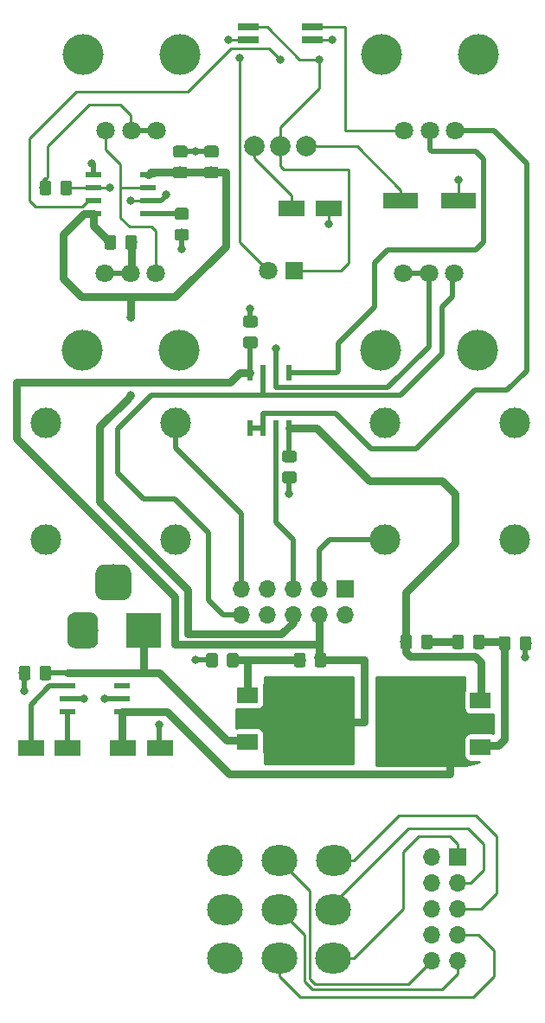
<source format=gbr>
G04 #@! TF.GenerationSoftware,KiCad,Pcbnew,(5.0.0-3-g5ebb6b6)*
G04 #@! TF.CreationDate,2018-11-15T11:11:36+00:00*
G04 #@! TF.ProjectId,555PWMTremolo,35353550574D5472656D6F6C6F2E6B69,rev?*
G04 #@! TF.SameCoordinates,Original*
G04 #@! TF.FileFunction,Copper,L1,Top,Signal*
G04 #@! TF.FilePolarity,Positive*
%FSLAX46Y46*%
G04 Gerber Fmt 4.6, Leading zero omitted, Abs format (unit mm)*
G04 Created by KiCad (PCBNEW (5.0.0-3-g5ebb6b6)) date Thursday, 15 November 2018 at 11:11:36*
%MOMM*%
%LPD*%
G01*
G04 APERTURE LIST*
G04 #@! TA.AperFunction,ComponentPad*
%ADD10O,1.700000X1.700000*%
G04 #@! TD*
G04 #@! TA.AperFunction,ComponentPad*
%ADD11R,1.700000X1.700000*%
G04 #@! TD*
G04 #@! TA.AperFunction,ComponentPad*
%ADD12O,3.500000X3.000000*%
G04 #@! TD*
G04 #@! TA.AperFunction,ComponentPad*
%ADD13R,1.800000X1.800000*%
G04 #@! TD*
G04 #@! TA.AperFunction,ComponentPad*
%ADD14C,1.800000*%
G04 #@! TD*
G04 #@! TA.AperFunction,SMDPad,CuDef*
%ADD15R,2.000000X1.500000*%
G04 #@! TD*
G04 #@! TA.AperFunction,SMDPad,CuDef*
%ADD16R,2.000000X3.800000*%
G04 #@! TD*
G04 #@! TA.AperFunction,Conductor*
%ADD17C,0.100000*%
G04 #@! TD*
G04 #@! TA.AperFunction,SMDPad,CuDef*
%ADD18C,1.150000*%
G04 #@! TD*
G04 #@! TA.AperFunction,ComponentPad*
%ADD19C,3.000000*%
G04 #@! TD*
G04 #@! TA.AperFunction,ComponentPad*
%ADD20R,3.500000X3.500000*%
G04 #@! TD*
G04 #@! TA.AperFunction,ComponentPad*
%ADD21C,3.500000*%
G04 #@! TD*
G04 #@! TA.AperFunction,WasherPad*
%ADD22C,4.000000*%
G04 #@! TD*
G04 #@! TA.AperFunction,SMDPad,CuDef*
%ADD23R,0.600000X1.550000*%
G04 #@! TD*
G04 #@! TA.AperFunction,SMDPad,CuDef*
%ADD24R,2.600000X1.600000*%
G04 #@! TD*
G04 #@! TA.AperFunction,SMDPad,CuDef*
%ADD25R,1.550000X0.600000*%
G04 #@! TD*
G04 #@! TA.AperFunction,SMDPad,CuDef*
%ADD26R,2.000000X0.640000*%
G04 #@! TD*
G04 #@! TA.AperFunction,SMDPad,CuDef*
%ADD27R,3.500000X1.600000*%
G04 #@! TD*
G04 #@! TA.AperFunction,ComponentPad*
%ADD28C,2.000000*%
G04 #@! TD*
G04 #@! TA.AperFunction,ViaPad*
%ADD29C,0.800000*%
G04 #@! TD*
G04 #@! TA.AperFunction,Conductor*
%ADD30C,0.500000*%
G04 #@! TD*
G04 #@! TA.AperFunction,Conductor*
%ADD31C,0.750000*%
G04 #@! TD*
G04 #@! TA.AperFunction,Conductor*
%ADD32C,0.250000*%
G04 #@! TD*
G04 #@! TA.AperFunction,Conductor*
%ADD33C,0.254000*%
G04 #@! TD*
G04 APERTURE END LIST*
D10*
G04 #@! TO.P,J_AUXTOMAIN1,10*
G04 #@! TO.N,N/C*
X95504000Y-154940000D03*
G04 #@! TO.P,J_AUXTOMAIN1,9*
G04 #@! TO.N,/555PWMTremolo_3PDT/3PDT_9_INT*
X95504000Y-157480000D03*
G04 #@! TO.P,J_AUXTOMAIN1,8*
G04 #@! TO.N,/555PWMTremolo_3PDT/3PDT_8_INT*
X95504000Y-160020000D03*
G04 #@! TO.P,J_AUXTOMAIN1,7*
G04 #@! TO.N,/555PWMTremolo_3PDT/3PDT_7_INT*
X95504000Y-162560000D03*
G04 #@! TO.P,J_AUXTOMAIN1,6*
G04 #@! TO.N,/555PWMTremolo_3PDT/3PDT_6_INT*
X95504000Y-165100000D03*
G04 #@! TO.P,J_AUXTOMAIN1,5*
G04 #@! TO.N,/555PWMTremolo_3PDT/3PDT_5_INT*
X98044000Y-165100000D03*
G04 #@! TO.P,J_AUXTOMAIN1,4*
G04 #@! TO.N,/555PWMTremolo_3PDT/3PDT_4_INT*
X98044000Y-162560000D03*
G04 #@! TO.P,J_AUXTOMAIN1,3*
G04 #@! TO.N,/555PWMTremolo_3PDT/3PDT_3_INT*
X98044000Y-160020000D03*
G04 #@! TO.P,J_AUXTOMAIN1,2*
G04 #@! TO.N,/555PWMTremolo_3PDT/3PDT_2_INT*
X98044000Y-157480000D03*
D11*
G04 #@! TO.P,J_AUXTOMAIN1,1*
G04 #@! TO.N,/555PWMTremolo_3PDT/3PDT_1_INT*
X98044000Y-154940000D03*
G04 #@! TD*
D12*
G04 #@! TO.P,SW_EN1,1*
G04 #@! TO.N,/555PWMTremolo_3PDT/3PDT_1_INT*
X85836760Y-164851080D03*
G04 #@! TO.P,SW_EN1,4*
G04 #@! TO.N,/555PWMTremolo_3PDT/3PDT_4_INT*
X80563720Y-164838380D03*
G04 #@! TO.P,SW_EN1,7*
G04 #@! TO.N,/555PWMTremolo_3PDT/3PDT_7_INT*
X75247500Y-164833300D03*
G04 #@! TO.P,SW_EN1,2*
G04 #@! TO.N,/555PWMTremolo_3PDT/3PDT_2_INT*
X85852000Y-160045400D03*
G04 #@! TO.P,SW_EN1,5*
G04 #@! TO.N,/555PWMTremolo_3PDT/3PDT_5_INT*
X80556100Y-160045400D03*
G04 #@! TO.P,SW_EN1,8*
G04 #@! TO.N,/555PWMTremolo_3PDT/3PDT_8_INT*
X75247500Y-160045400D03*
G04 #@! TO.P,SW_EN1,3*
G04 #@! TO.N,/555PWMTremolo_3PDT/3PDT_3_INT*
X85864700Y-155244800D03*
G04 #@! TO.P,SW_EN1,6*
G04 #@! TO.N,/555PWMTremolo_3PDT/3PDT_6_INT*
X80556100Y-155244800D03*
G04 #@! TO.P,SW_EN1,9*
G04 #@! TO.N,/555PWMTremolo_3PDT/3PDT_9_INT*
X75247500Y-155244800D03*
G04 #@! TD*
D13*
G04 #@! TO.P,D_LED1,1*
G04 #@! TO.N,Net-(C_LPFOPT2-Pad1)*
X82042000Y-97536000D03*
D14*
G04 #@! TO.P,D_LED1,2*
G04 #@! TO.N,Net-(C_LPFOPT1-Pad1)*
X79502000Y-97536000D03*
G04 #@! TD*
D15*
G04 #@! TO.P,U_NREG1,1*
G04 #@! TO.N,Net-(R3-Pad1)*
X100241500Y-144159000D03*
G04 #@! TO.P,U_NREG1,3*
G04 #@! TO.N,-5V*
X100241500Y-139559000D03*
G04 #@! TO.P,U_NREG1,2*
G04 #@! TO.N,-9V*
X100241500Y-141859000D03*
D16*
X93941500Y-141859000D03*
G04 #@! TD*
D17*
G04 #@! TO.N,Net-(C_BP1-Pad1)*
G04 #@! TO.C,C_BP1*
G36*
X71340505Y-87319204D02*
X71364773Y-87322804D01*
X71388572Y-87328765D01*
X71411671Y-87337030D01*
X71433850Y-87347520D01*
X71454893Y-87360132D01*
X71474599Y-87374747D01*
X71492777Y-87391223D01*
X71509253Y-87409401D01*
X71523868Y-87429107D01*
X71536480Y-87450150D01*
X71546970Y-87472329D01*
X71555235Y-87495428D01*
X71561196Y-87519227D01*
X71564796Y-87543495D01*
X71566000Y-87567999D01*
X71566000Y-88218001D01*
X71564796Y-88242505D01*
X71561196Y-88266773D01*
X71555235Y-88290572D01*
X71546970Y-88313671D01*
X71536480Y-88335850D01*
X71523868Y-88356893D01*
X71509253Y-88376599D01*
X71492777Y-88394777D01*
X71474599Y-88411253D01*
X71454893Y-88425868D01*
X71433850Y-88438480D01*
X71411671Y-88448970D01*
X71388572Y-88457235D01*
X71364773Y-88463196D01*
X71340505Y-88466796D01*
X71316001Y-88468000D01*
X70415999Y-88468000D01*
X70391495Y-88466796D01*
X70367227Y-88463196D01*
X70343428Y-88457235D01*
X70320329Y-88448970D01*
X70298150Y-88438480D01*
X70277107Y-88425868D01*
X70257401Y-88411253D01*
X70239223Y-88394777D01*
X70222747Y-88376599D01*
X70208132Y-88356893D01*
X70195520Y-88335850D01*
X70185030Y-88313671D01*
X70176765Y-88290572D01*
X70170804Y-88266773D01*
X70167204Y-88242505D01*
X70166000Y-88218001D01*
X70166000Y-87567999D01*
X70167204Y-87543495D01*
X70170804Y-87519227D01*
X70176765Y-87495428D01*
X70185030Y-87472329D01*
X70195520Y-87450150D01*
X70208132Y-87429107D01*
X70222747Y-87409401D01*
X70239223Y-87391223D01*
X70257401Y-87374747D01*
X70277107Y-87360132D01*
X70298150Y-87347520D01*
X70320329Y-87337030D01*
X70343428Y-87328765D01*
X70367227Y-87322804D01*
X70391495Y-87319204D01*
X70415999Y-87318000D01*
X71316001Y-87318000D01*
X71340505Y-87319204D01*
X71340505Y-87319204D01*
G37*
D18*
G04 #@! TD*
G04 #@! TO.P,C_BP1,1*
G04 #@! TO.N,Net-(C_BP1-Pad1)*
X70866000Y-87893000D03*
D17*
G04 #@! TO.N,/GND*
G04 #@! TO.C,C_BP1*
G36*
X71340505Y-85269204D02*
X71364773Y-85272804D01*
X71388572Y-85278765D01*
X71411671Y-85287030D01*
X71433850Y-85297520D01*
X71454893Y-85310132D01*
X71474599Y-85324747D01*
X71492777Y-85341223D01*
X71509253Y-85359401D01*
X71523868Y-85379107D01*
X71536480Y-85400150D01*
X71546970Y-85422329D01*
X71555235Y-85445428D01*
X71561196Y-85469227D01*
X71564796Y-85493495D01*
X71566000Y-85517999D01*
X71566000Y-86168001D01*
X71564796Y-86192505D01*
X71561196Y-86216773D01*
X71555235Y-86240572D01*
X71546970Y-86263671D01*
X71536480Y-86285850D01*
X71523868Y-86306893D01*
X71509253Y-86326599D01*
X71492777Y-86344777D01*
X71474599Y-86361253D01*
X71454893Y-86375868D01*
X71433850Y-86388480D01*
X71411671Y-86398970D01*
X71388572Y-86407235D01*
X71364773Y-86413196D01*
X71340505Y-86416796D01*
X71316001Y-86418000D01*
X70415999Y-86418000D01*
X70391495Y-86416796D01*
X70367227Y-86413196D01*
X70343428Y-86407235D01*
X70320329Y-86398970D01*
X70298150Y-86388480D01*
X70277107Y-86375868D01*
X70257401Y-86361253D01*
X70239223Y-86344777D01*
X70222747Y-86326599D01*
X70208132Y-86306893D01*
X70195520Y-86285850D01*
X70185030Y-86263671D01*
X70176765Y-86240572D01*
X70170804Y-86216773D01*
X70167204Y-86192505D01*
X70166000Y-86168001D01*
X70166000Y-85517999D01*
X70167204Y-85493495D01*
X70170804Y-85469227D01*
X70176765Y-85445428D01*
X70185030Y-85422329D01*
X70195520Y-85400150D01*
X70208132Y-85379107D01*
X70222747Y-85359401D01*
X70239223Y-85341223D01*
X70257401Y-85324747D01*
X70277107Y-85310132D01*
X70298150Y-85297520D01*
X70320329Y-85287030D01*
X70343428Y-85278765D01*
X70367227Y-85272804D01*
X70391495Y-85269204D01*
X70415999Y-85268000D01*
X71316001Y-85268000D01*
X71340505Y-85269204D01*
X71340505Y-85269204D01*
G37*
D18*
G04 #@! TD*
G04 #@! TO.P,C_BP1,2*
G04 #@! TO.N,/GND*
X70866000Y-85843000D03*
D17*
G04 #@! TO.N,+5V*
G04 #@! TO.C,C_BP3*
G36*
X78198505Y-103956204D02*
X78222773Y-103959804D01*
X78246572Y-103965765D01*
X78269671Y-103974030D01*
X78291850Y-103984520D01*
X78312893Y-103997132D01*
X78332599Y-104011747D01*
X78350777Y-104028223D01*
X78367253Y-104046401D01*
X78381868Y-104066107D01*
X78394480Y-104087150D01*
X78404970Y-104109329D01*
X78413235Y-104132428D01*
X78419196Y-104156227D01*
X78422796Y-104180495D01*
X78424000Y-104204999D01*
X78424000Y-104855001D01*
X78422796Y-104879505D01*
X78419196Y-104903773D01*
X78413235Y-104927572D01*
X78404970Y-104950671D01*
X78394480Y-104972850D01*
X78381868Y-104993893D01*
X78367253Y-105013599D01*
X78350777Y-105031777D01*
X78332599Y-105048253D01*
X78312893Y-105062868D01*
X78291850Y-105075480D01*
X78269671Y-105085970D01*
X78246572Y-105094235D01*
X78222773Y-105100196D01*
X78198505Y-105103796D01*
X78174001Y-105105000D01*
X77273999Y-105105000D01*
X77249495Y-105103796D01*
X77225227Y-105100196D01*
X77201428Y-105094235D01*
X77178329Y-105085970D01*
X77156150Y-105075480D01*
X77135107Y-105062868D01*
X77115401Y-105048253D01*
X77097223Y-105031777D01*
X77080747Y-105013599D01*
X77066132Y-104993893D01*
X77053520Y-104972850D01*
X77043030Y-104950671D01*
X77034765Y-104927572D01*
X77028804Y-104903773D01*
X77025204Y-104879505D01*
X77024000Y-104855001D01*
X77024000Y-104204999D01*
X77025204Y-104180495D01*
X77028804Y-104156227D01*
X77034765Y-104132428D01*
X77043030Y-104109329D01*
X77053520Y-104087150D01*
X77066132Y-104066107D01*
X77080747Y-104046401D01*
X77097223Y-104028223D01*
X77115401Y-104011747D01*
X77135107Y-103997132D01*
X77156150Y-103984520D01*
X77178329Y-103974030D01*
X77201428Y-103965765D01*
X77225227Y-103959804D01*
X77249495Y-103956204D01*
X77273999Y-103955000D01*
X78174001Y-103955000D01*
X78198505Y-103956204D01*
X78198505Y-103956204D01*
G37*
D18*
G04 #@! TD*
G04 #@! TO.P,C_BP3,2*
G04 #@! TO.N,+5V*
X77724000Y-104530000D03*
D17*
G04 #@! TO.N,/GND*
G04 #@! TO.C,C_BP3*
G36*
X78198505Y-101906204D02*
X78222773Y-101909804D01*
X78246572Y-101915765D01*
X78269671Y-101924030D01*
X78291850Y-101934520D01*
X78312893Y-101947132D01*
X78332599Y-101961747D01*
X78350777Y-101978223D01*
X78367253Y-101996401D01*
X78381868Y-102016107D01*
X78394480Y-102037150D01*
X78404970Y-102059329D01*
X78413235Y-102082428D01*
X78419196Y-102106227D01*
X78422796Y-102130495D01*
X78424000Y-102154999D01*
X78424000Y-102805001D01*
X78422796Y-102829505D01*
X78419196Y-102853773D01*
X78413235Y-102877572D01*
X78404970Y-102900671D01*
X78394480Y-102922850D01*
X78381868Y-102943893D01*
X78367253Y-102963599D01*
X78350777Y-102981777D01*
X78332599Y-102998253D01*
X78312893Y-103012868D01*
X78291850Y-103025480D01*
X78269671Y-103035970D01*
X78246572Y-103044235D01*
X78222773Y-103050196D01*
X78198505Y-103053796D01*
X78174001Y-103055000D01*
X77273999Y-103055000D01*
X77249495Y-103053796D01*
X77225227Y-103050196D01*
X77201428Y-103044235D01*
X77178329Y-103035970D01*
X77156150Y-103025480D01*
X77135107Y-103012868D01*
X77115401Y-102998253D01*
X77097223Y-102981777D01*
X77080747Y-102963599D01*
X77066132Y-102943893D01*
X77053520Y-102922850D01*
X77043030Y-102900671D01*
X77034765Y-102877572D01*
X77028804Y-102853773D01*
X77025204Y-102829505D01*
X77024000Y-102805001D01*
X77024000Y-102154999D01*
X77025204Y-102130495D01*
X77028804Y-102106227D01*
X77034765Y-102082428D01*
X77043030Y-102059329D01*
X77053520Y-102037150D01*
X77066132Y-102016107D01*
X77080747Y-101996401D01*
X77097223Y-101978223D01*
X77115401Y-101961747D01*
X77135107Y-101947132D01*
X77156150Y-101934520D01*
X77178329Y-101924030D01*
X77201428Y-101915765D01*
X77225227Y-101909804D01*
X77249495Y-101906204D01*
X77273999Y-101905000D01*
X78174001Y-101905000D01*
X78198505Y-101906204D01*
X78198505Y-101906204D01*
G37*
D18*
G04 #@! TD*
G04 #@! TO.P,C_BP3,1*
G04 #@! TO.N,/GND*
X77724000Y-102480000D03*
D17*
G04 #@! TO.N,/GND*
G04 #@! TO.C,C_BP4*
G36*
X82008505Y-117164204D02*
X82032773Y-117167804D01*
X82056572Y-117173765D01*
X82079671Y-117182030D01*
X82101850Y-117192520D01*
X82122893Y-117205132D01*
X82142599Y-117219747D01*
X82160777Y-117236223D01*
X82177253Y-117254401D01*
X82191868Y-117274107D01*
X82204480Y-117295150D01*
X82214970Y-117317329D01*
X82223235Y-117340428D01*
X82229196Y-117364227D01*
X82232796Y-117388495D01*
X82234000Y-117412999D01*
X82234000Y-118063001D01*
X82232796Y-118087505D01*
X82229196Y-118111773D01*
X82223235Y-118135572D01*
X82214970Y-118158671D01*
X82204480Y-118180850D01*
X82191868Y-118201893D01*
X82177253Y-118221599D01*
X82160777Y-118239777D01*
X82142599Y-118256253D01*
X82122893Y-118270868D01*
X82101850Y-118283480D01*
X82079671Y-118293970D01*
X82056572Y-118302235D01*
X82032773Y-118308196D01*
X82008505Y-118311796D01*
X81984001Y-118313000D01*
X81083999Y-118313000D01*
X81059495Y-118311796D01*
X81035227Y-118308196D01*
X81011428Y-118302235D01*
X80988329Y-118293970D01*
X80966150Y-118283480D01*
X80945107Y-118270868D01*
X80925401Y-118256253D01*
X80907223Y-118239777D01*
X80890747Y-118221599D01*
X80876132Y-118201893D01*
X80863520Y-118180850D01*
X80853030Y-118158671D01*
X80844765Y-118135572D01*
X80838804Y-118111773D01*
X80835204Y-118087505D01*
X80834000Y-118063001D01*
X80834000Y-117412999D01*
X80835204Y-117388495D01*
X80838804Y-117364227D01*
X80844765Y-117340428D01*
X80853030Y-117317329D01*
X80863520Y-117295150D01*
X80876132Y-117274107D01*
X80890747Y-117254401D01*
X80907223Y-117236223D01*
X80925401Y-117219747D01*
X80945107Y-117205132D01*
X80966150Y-117192520D01*
X80988329Y-117182030D01*
X81011428Y-117173765D01*
X81035227Y-117167804D01*
X81059495Y-117164204D01*
X81083999Y-117163000D01*
X81984001Y-117163000D01*
X82008505Y-117164204D01*
X82008505Y-117164204D01*
G37*
D18*
G04 #@! TD*
G04 #@! TO.P,C_BP4,2*
G04 #@! TO.N,/GND*
X81534000Y-117738000D03*
D17*
G04 #@! TO.N,-5V*
G04 #@! TO.C,C_BP4*
G36*
X82008505Y-115114204D02*
X82032773Y-115117804D01*
X82056572Y-115123765D01*
X82079671Y-115132030D01*
X82101850Y-115142520D01*
X82122893Y-115155132D01*
X82142599Y-115169747D01*
X82160777Y-115186223D01*
X82177253Y-115204401D01*
X82191868Y-115224107D01*
X82204480Y-115245150D01*
X82214970Y-115267329D01*
X82223235Y-115290428D01*
X82229196Y-115314227D01*
X82232796Y-115338495D01*
X82234000Y-115362999D01*
X82234000Y-116013001D01*
X82232796Y-116037505D01*
X82229196Y-116061773D01*
X82223235Y-116085572D01*
X82214970Y-116108671D01*
X82204480Y-116130850D01*
X82191868Y-116151893D01*
X82177253Y-116171599D01*
X82160777Y-116189777D01*
X82142599Y-116206253D01*
X82122893Y-116220868D01*
X82101850Y-116233480D01*
X82079671Y-116243970D01*
X82056572Y-116252235D01*
X82032773Y-116258196D01*
X82008505Y-116261796D01*
X81984001Y-116263000D01*
X81083999Y-116263000D01*
X81059495Y-116261796D01*
X81035227Y-116258196D01*
X81011428Y-116252235D01*
X80988329Y-116243970D01*
X80966150Y-116233480D01*
X80945107Y-116220868D01*
X80925401Y-116206253D01*
X80907223Y-116189777D01*
X80890747Y-116171599D01*
X80876132Y-116151893D01*
X80863520Y-116130850D01*
X80853030Y-116108671D01*
X80844765Y-116085572D01*
X80838804Y-116061773D01*
X80835204Y-116037505D01*
X80834000Y-116013001D01*
X80834000Y-115362999D01*
X80835204Y-115338495D01*
X80838804Y-115314227D01*
X80844765Y-115290428D01*
X80853030Y-115267329D01*
X80863520Y-115245150D01*
X80876132Y-115224107D01*
X80890747Y-115204401D01*
X80907223Y-115186223D01*
X80925401Y-115169747D01*
X80945107Y-115155132D01*
X80966150Y-115142520D01*
X80988329Y-115132030D01*
X81011428Y-115123765D01*
X81035227Y-115117804D01*
X81059495Y-115114204D01*
X81083999Y-115113000D01*
X81984001Y-115113000D01*
X82008505Y-115114204D01*
X82008505Y-115114204D01*
G37*
D18*
G04 #@! TD*
G04 #@! TO.P,C_BP4,1*
G04 #@! TO.N,-5V*
X81534000Y-115688000D03*
D17*
G04 #@! TO.N,/GND*
G04 #@! TO.C,C_BP5*
G36*
X55966505Y-136207204D02*
X55990773Y-136210804D01*
X56014572Y-136216765D01*
X56037671Y-136225030D01*
X56059850Y-136235520D01*
X56080893Y-136248132D01*
X56100599Y-136262747D01*
X56118777Y-136279223D01*
X56135253Y-136297401D01*
X56149868Y-136317107D01*
X56162480Y-136338150D01*
X56172970Y-136360329D01*
X56181235Y-136383428D01*
X56187196Y-136407227D01*
X56190796Y-136431495D01*
X56192000Y-136455999D01*
X56192000Y-137356001D01*
X56190796Y-137380505D01*
X56187196Y-137404773D01*
X56181235Y-137428572D01*
X56172970Y-137451671D01*
X56162480Y-137473850D01*
X56149868Y-137494893D01*
X56135253Y-137514599D01*
X56118777Y-137532777D01*
X56100599Y-137549253D01*
X56080893Y-137563868D01*
X56059850Y-137576480D01*
X56037671Y-137586970D01*
X56014572Y-137595235D01*
X55990773Y-137601196D01*
X55966505Y-137604796D01*
X55942001Y-137606000D01*
X55291999Y-137606000D01*
X55267495Y-137604796D01*
X55243227Y-137601196D01*
X55219428Y-137595235D01*
X55196329Y-137586970D01*
X55174150Y-137576480D01*
X55153107Y-137563868D01*
X55133401Y-137549253D01*
X55115223Y-137532777D01*
X55098747Y-137514599D01*
X55084132Y-137494893D01*
X55071520Y-137473850D01*
X55061030Y-137451671D01*
X55052765Y-137428572D01*
X55046804Y-137404773D01*
X55043204Y-137380505D01*
X55042000Y-137356001D01*
X55042000Y-136455999D01*
X55043204Y-136431495D01*
X55046804Y-136407227D01*
X55052765Y-136383428D01*
X55061030Y-136360329D01*
X55071520Y-136338150D01*
X55084132Y-136317107D01*
X55098747Y-136297401D01*
X55115223Y-136279223D01*
X55133401Y-136262747D01*
X55153107Y-136248132D01*
X55174150Y-136235520D01*
X55196329Y-136225030D01*
X55219428Y-136216765D01*
X55243227Y-136210804D01*
X55267495Y-136207204D01*
X55291999Y-136206000D01*
X55942001Y-136206000D01*
X55966505Y-136207204D01*
X55966505Y-136207204D01*
G37*
D18*
G04 #@! TD*
G04 #@! TO.P,C_BP5,1*
G04 #@! TO.N,/GND*
X55617000Y-136906000D03*
D17*
G04 #@! TO.N,+9V*
G04 #@! TO.C,C_BP5*
G36*
X58016505Y-136207204D02*
X58040773Y-136210804D01*
X58064572Y-136216765D01*
X58087671Y-136225030D01*
X58109850Y-136235520D01*
X58130893Y-136248132D01*
X58150599Y-136262747D01*
X58168777Y-136279223D01*
X58185253Y-136297401D01*
X58199868Y-136317107D01*
X58212480Y-136338150D01*
X58222970Y-136360329D01*
X58231235Y-136383428D01*
X58237196Y-136407227D01*
X58240796Y-136431495D01*
X58242000Y-136455999D01*
X58242000Y-137356001D01*
X58240796Y-137380505D01*
X58237196Y-137404773D01*
X58231235Y-137428572D01*
X58222970Y-137451671D01*
X58212480Y-137473850D01*
X58199868Y-137494893D01*
X58185253Y-137514599D01*
X58168777Y-137532777D01*
X58150599Y-137549253D01*
X58130893Y-137563868D01*
X58109850Y-137576480D01*
X58087671Y-137586970D01*
X58064572Y-137595235D01*
X58040773Y-137601196D01*
X58016505Y-137604796D01*
X57992001Y-137606000D01*
X57341999Y-137606000D01*
X57317495Y-137604796D01*
X57293227Y-137601196D01*
X57269428Y-137595235D01*
X57246329Y-137586970D01*
X57224150Y-137576480D01*
X57203107Y-137563868D01*
X57183401Y-137549253D01*
X57165223Y-137532777D01*
X57148747Y-137514599D01*
X57134132Y-137494893D01*
X57121520Y-137473850D01*
X57111030Y-137451671D01*
X57102765Y-137428572D01*
X57096804Y-137404773D01*
X57093204Y-137380505D01*
X57092000Y-137356001D01*
X57092000Y-136455999D01*
X57093204Y-136431495D01*
X57096804Y-136407227D01*
X57102765Y-136383428D01*
X57111030Y-136360329D01*
X57121520Y-136338150D01*
X57134132Y-136317107D01*
X57148747Y-136297401D01*
X57165223Y-136279223D01*
X57183401Y-136262747D01*
X57203107Y-136248132D01*
X57224150Y-136235520D01*
X57246329Y-136225030D01*
X57269428Y-136216765D01*
X57293227Y-136210804D01*
X57317495Y-136207204D01*
X57341999Y-136206000D01*
X57992001Y-136206000D01*
X58016505Y-136207204D01*
X58016505Y-136207204D01*
G37*
D18*
G04 #@! TD*
G04 #@! TO.P,C_BP5,2*
G04 #@! TO.N,+9V*
X57667000Y-136906000D03*
D19*
G04 #@! TO.P,J_IN1,4*
G04 #@! TO.N,/GND*
X103568500Y-123825000D03*
G04 #@! TO.P,J_IN1,3*
X103568500Y-112395000D03*
G04 #@! TO.P,J_IN1,2*
X90868500Y-112395000D03*
G04 #@! TO.P,J_IN1,1*
G04 #@! TO.N,/3PDT_2_EXT*
X90868500Y-123825000D03*
G04 #@! TD*
D20*
G04 #@! TO.P,J_PWR1,1*
G04 #@! TO.N,+9V*
X67310000Y-132715000D03*
D17*
G04 #@! TD*
G04 #@! TO.N,/GND*
G04 #@! TO.C,J_PWR1*
G36*
X62133513Y-130968611D02*
X62206318Y-130979411D01*
X62277714Y-130997295D01*
X62347013Y-131022090D01*
X62413548Y-131053559D01*
X62476678Y-131091398D01*
X62535795Y-131135242D01*
X62590330Y-131184670D01*
X62639758Y-131239205D01*
X62683602Y-131298322D01*
X62721441Y-131361452D01*
X62752910Y-131427987D01*
X62777705Y-131497286D01*
X62795589Y-131568682D01*
X62806389Y-131641487D01*
X62810000Y-131715000D01*
X62810000Y-133715000D01*
X62806389Y-133788513D01*
X62795589Y-133861318D01*
X62777705Y-133932714D01*
X62752910Y-134002013D01*
X62721441Y-134068548D01*
X62683602Y-134131678D01*
X62639758Y-134190795D01*
X62590330Y-134245330D01*
X62535795Y-134294758D01*
X62476678Y-134338602D01*
X62413548Y-134376441D01*
X62347013Y-134407910D01*
X62277714Y-134432705D01*
X62206318Y-134450589D01*
X62133513Y-134461389D01*
X62060000Y-134465000D01*
X60560000Y-134465000D01*
X60486487Y-134461389D01*
X60413682Y-134450589D01*
X60342286Y-134432705D01*
X60272987Y-134407910D01*
X60206452Y-134376441D01*
X60143322Y-134338602D01*
X60084205Y-134294758D01*
X60029670Y-134245330D01*
X59980242Y-134190795D01*
X59936398Y-134131678D01*
X59898559Y-134068548D01*
X59867090Y-134002013D01*
X59842295Y-133932714D01*
X59824411Y-133861318D01*
X59813611Y-133788513D01*
X59810000Y-133715000D01*
X59810000Y-131715000D01*
X59813611Y-131641487D01*
X59824411Y-131568682D01*
X59842295Y-131497286D01*
X59867090Y-131427987D01*
X59898559Y-131361452D01*
X59936398Y-131298322D01*
X59980242Y-131239205D01*
X60029670Y-131184670D01*
X60084205Y-131135242D01*
X60143322Y-131091398D01*
X60206452Y-131053559D01*
X60272987Y-131022090D01*
X60342286Y-130997295D01*
X60413682Y-130979411D01*
X60486487Y-130968611D01*
X60560000Y-130965000D01*
X62060000Y-130965000D01*
X62133513Y-130968611D01*
X62133513Y-130968611D01*
G37*
D19*
G04 #@! TO.P,J_PWR1,2*
G04 #@! TO.N,/GND*
X61310000Y-132715000D03*
D17*
G04 #@! TD*
G04 #@! TO.N,N/C*
G04 #@! TO.C,J_PWR1*
G36*
X65270765Y-126269213D02*
X65355704Y-126281813D01*
X65438999Y-126302677D01*
X65519848Y-126331605D01*
X65597472Y-126368319D01*
X65671124Y-126412464D01*
X65740094Y-126463616D01*
X65803718Y-126521282D01*
X65861384Y-126584906D01*
X65912536Y-126653876D01*
X65956681Y-126727528D01*
X65993395Y-126805152D01*
X66022323Y-126886001D01*
X66043187Y-126969296D01*
X66055787Y-127054235D01*
X66060000Y-127140000D01*
X66060000Y-128890000D01*
X66055787Y-128975765D01*
X66043187Y-129060704D01*
X66022323Y-129143999D01*
X65993395Y-129224848D01*
X65956681Y-129302472D01*
X65912536Y-129376124D01*
X65861384Y-129445094D01*
X65803718Y-129508718D01*
X65740094Y-129566384D01*
X65671124Y-129617536D01*
X65597472Y-129661681D01*
X65519848Y-129698395D01*
X65438999Y-129727323D01*
X65355704Y-129748187D01*
X65270765Y-129760787D01*
X65185000Y-129765000D01*
X63435000Y-129765000D01*
X63349235Y-129760787D01*
X63264296Y-129748187D01*
X63181001Y-129727323D01*
X63100152Y-129698395D01*
X63022528Y-129661681D01*
X62948876Y-129617536D01*
X62879906Y-129566384D01*
X62816282Y-129508718D01*
X62758616Y-129445094D01*
X62707464Y-129376124D01*
X62663319Y-129302472D01*
X62626605Y-129224848D01*
X62597677Y-129143999D01*
X62576813Y-129060704D01*
X62564213Y-128975765D01*
X62560000Y-128890000D01*
X62560000Y-127140000D01*
X62564213Y-127054235D01*
X62576813Y-126969296D01*
X62597677Y-126886001D01*
X62626605Y-126805152D01*
X62663319Y-126727528D01*
X62707464Y-126653876D01*
X62758616Y-126584906D01*
X62816282Y-126521282D01*
X62879906Y-126463616D01*
X62948876Y-126412464D01*
X63022528Y-126368319D01*
X63100152Y-126331605D01*
X63181001Y-126302677D01*
X63264296Y-126281813D01*
X63349235Y-126269213D01*
X63435000Y-126265000D01*
X65185000Y-126265000D01*
X65270765Y-126269213D01*
X65270765Y-126269213D01*
G37*
D21*
G04 #@! TO.P,J_PWR1,3*
G04 #@! TO.N,N/C*
X64310000Y-128015000D03*
G04 #@! TD*
D14*
G04 #@! TO.P,P_DEPTH1,3*
G04 #@! TO.N,/555PWMTremolo_Clock/CLK_OUT*
X92790000Y-83820000D03*
G04 #@! TO.P,P_DEPTH1,2*
G04 #@! TO.N,Net-(P_DEPTH1-Pad2)*
X95290000Y-83820000D03*
G04 #@! TO.P,P_DEPTH1,1*
G04 #@! TO.N,Net-(P_DEPTH1-Pad1)*
X97790000Y-83820000D03*
D22*
G04 #@! TO.P,P_DEPTH1,*
G04 #@! TO.N,*
X90540000Y-76320000D03*
X100040000Y-76320000D03*
G04 #@! TD*
G04 #@! TO.P,P_VOL1,*
G04 #@! TO.N,*
X90460000Y-105290000D03*
X99960000Y-105290000D03*
D14*
G04 #@! TO.P,P_VOL1,1*
G04 #@! TO.N,Net-(P_VOL1-Pad1)*
X92710000Y-97790000D03*
G04 #@! TO.P,P_VOL1,2*
X95210000Y-97790000D03*
G04 #@! TO.P,P_VOL1,3*
G04 #@! TO.N,/3PDT_6_EXT*
X97710000Y-97790000D03*
G04 #@! TD*
D17*
G04 #@! TO.N,/GND*
G04 #@! TO.C,R1*
G36*
X74305305Y-134937204D02*
X74329573Y-134940804D01*
X74353372Y-134946765D01*
X74376471Y-134955030D01*
X74398650Y-134965520D01*
X74419693Y-134978132D01*
X74439399Y-134992747D01*
X74457577Y-135009223D01*
X74474053Y-135027401D01*
X74488668Y-135047107D01*
X74501280Y-135068150D01*
X74511770Y-135090329D01*
X74520035Y-135113428D01*
X74525996Y-135137227D01*
X74529596Y-135161495D01*
X74530800Y-135185999D01*
X74530800Y-136086001D01*
X74529596Y-136110505D01*
X74525996Y-136134773D01*
X74520035Y-136158572D01*
X74511770Y-136181671D01*
X74501280Y-136203850D01*
X74488668Y-136224893D01*
X74474053Y-136244599D01*
X74457577Y-136262777D01*
X74439399Y-136279253D01*
X74419693Y-136293868D01*
X74398650Y-136306480D01*
X74376471Y-136316970D01*
X74353372Y-136325235D01*
X74329573Y-136331196D01*
X74305305Y-136334796D01*
X74280801Y-136336000D01*
X73630799Y-136336000D01*
X73606295Y-136334796D01*
X73582027Y-136331196D01*
X73558228Y-136325235D01*
X73535129Y-136316970D01*
X73512950Y-136306480D01*
X73491907Y-136293868D01*
X73472201Y-136279253D01*
X73454023Y-136262777D01*
X73437547Y-136244599D01*
X73422932Y-136224893D01*
X73410320Y-136203850D01*
X73399830Y-136181671D01*
X73391565Y-136158572D01*
X73385604Y-136134773D01*
X73382004Y-136110505D01*
X73380800Y-136086001D01*
X73380800Y-135185999D01*
X73382004Y-135161495D01*
X73385604Y-135137227D01*
X73391565Y-135113428D01*
X73399830Y-135090329D01*
X73410320Y-135068150D01*
X73422932Y-135047107D01*
X73437547Y-135027401D01*
X73454023Y-135009223D01*
X73472201Y-134992747D01*
X73491907Y-134978132D01*
X73512950Y-134965520D01*
X73535129Y-134955030D01*
X73558228Y-134946765D01*
X73582027Y-134940804D01*
X73606295Y-134937204D01*
X73630799Y-134936000D01*
X74280801Y-134936000D01*
X74305305Y-134937204D01*
X74305305Y-134937204D01*
G37*
D18*
G04 #@! TD*
G04 #@! TO.P,R1,2*
G04 #@! TO.N,/GND*
X73955800Y-135636000D03*
D17*
G04 #@! TO.N,Net-(R1-Pad1)*
G04 #@! TO.C,R1*
G36*
X76355305Y-134937204D02*
X76379573Y-134940804D01*
X76403372Y-134946765D01*
X76426471Y-134955030D01*
X76448650Y-134965520D01*
X76469693Y-134978132D01*
X76489399Y-134992747D01*
X76507577Y-135009223D01*
X76524053Y-135027401D01*
X76538668Y-135047107D01*
X76551280Y-135068150D01*
X76561770Y-135090329D01*
X76570035Y-135113428D01*
X76575996Y-135137227D01*
X76579596Y-135161495D01*
X76580800Y-135185999D01*
X76580800Y-136086001D01*
X76579596Y-136110505D01*
X76575996Y-136134773D01*
X76570035Y-136158572D01*
X76561770Y-136181671D01*
X76551280Y-136203850D01*
X76538668Y-136224893D01*
X76524053Y-136244599D01*
X76507577Y-136262777D01*
X76489399Y-136279253D01*
X76469693Y-136293868D01*
X76448650Y-136306480D01*
X76426471Y-136316970D01*
X76403372Y-136325235D01*
X76379573Y-136331196D01*
X76355305Y-136334796D01*
X76330801Y-136336000D01*
X75680799Y-136336000D01*
X75656295Y-136334796D01*
X75632027Y-136331196D01*
X75608228Y-136325235D01*
X75585129Y-136316970D01*
X75562950Y-136306480D01*
X75541907Y-136293868D01*
X75522201Y-136279253D01*
X75504023Y-136262777D01*
X75487547Y-136244599D01*
X75472932Y-136224893D01*
X75460320Y-136203850D01*
X75449830Y-136181671D01*
X75441565Y-136158572D01*
X75435604Y-136134773D01*
X75432004Y-136110505D01*
X75430800Y-136086001D01*
X75430800Y-135185999D01*
X75432004Y-135161495D01*
X75435604Y-135137227D01*
X75441565Y-135113428D01*
X75449830Y-135090329D01*
X75460320Y-135068150D01*
X75472932Y-135047107D01*
X75487547Y-135027401D01*
X75504023Y-135009223D01*
X75522201Y-134992747D01*
X75541907Y-134978132D01*
X75562950Y-134965520D01*
X75585129Y-134955030D01*
X75608228Y-134946765D01*
X75632027Y-134940804D01*
X75656295Y-134937204D01*
X75680799Y-134936000D01*
X76330801Y-134936000D01*
X76355305Y-134937204D01*
X76355305Y-134937204D01*
G37*
D18*
G04 #@! TD*
G04 #@! TO.P,R1,1*
G04 #@! TO.N,Net-(R1-Pad1)*
X76005800Y-135636000D03*
D17*
G04 #@! TO.N,+5V*
G04 #@! TO.C,R2*
G36*
X84940505Y-134937204D02*
X84964773Y-134940804D01*
X84988572Y-134946765D01*
X85011671Y-134955030D01*
X85033850Y-134965520D01*
X85054893Y-134978132D01*
X85074599Y-134992747D01*
X85092777Y-135009223D01*
X85109253Y-135027401D01*
X85123868Y-135047107D01*
X85136480Y-135068150D01*
X85146970Y-135090329D01*
X85155235Y-135113428D01*
X85161196Y-135137227D01*
X85164796Y-135161495D01*
X85166000Y-135185999D01*
X85166000Y-136086001D01*
X85164796Y-136110505D01*
X85161196Y-136134773D01*
X85155235Y-136158572D01*
X85146970Y-136181671D01*
X85136480Y-136203850D01*
X85123868Y-136224893D01*
X85109253Y-136244599D01*
X85092777Y-136262777D01*
X85074599Y-136279253D01*
X85054893Y-136293868D01*
X85033850Y-136306480D01*
X85011671Y-136316970D01*
X84988572Y-136325235D01*
X84964773Y-136331196D01*
X84940505Y-136334796D01*
X84916001Y-136336000D01*
X84265999Y-136336000D01*
X84241495Y-136334796D01*
X84217227Y-136331196D01*
X84193428Y-136325235D01*
X84170329Y-136316970D01*
X84148150Y-136306480D01*
X84127107Y-136293868D01*
X84107401Y-136279253D01*
X84089223Y-136262777D01*
X84072747Y-136244599D01*
X84058132Y-136224893D01*
X84045520Y-136203850D01*
X84035030Y-136181671D01*
X84026765Y-136158572D01*
X84020804Y-136134773D01*
X84017204Y-136110505D01*
X84016000Y-136086001D01*
X84016000Y-135185999D01*
X84017204Y-135161495D01*
X84020804Y-135137227D01*
X84026765Y-135113428D01*
X84035030Y-135090329D01*
X84045520Y-135068150D01*
X84058132Y-135047107D01*
X84072747Y-135027401D01*
X84089223Y-135009223D01*
X84107401Y-134992747D01*
X84127107Y-134978132D01*
X84148150Y-134965520D01*
X84170329Y-134955030D01*
X84193428Y-134946765D01*
X84217227Y-134940804D01*
X84241495Y-134937204D01*
X84265999Y-134936000D01*
X84916001Y-134936000D01*
X84940505Y-134937204D01*
X84940505Y-134937204D01*
G37*
D18*
G04 #@! TD*
G04 #@! TO.P,R2,1*
G04 #@! TO.N,+5V*
X84591000Y-135636000D03*
D17*
G04 #@! TO.N,Net-(R1-Pad1)*
G04 #@! TO.C,R2*
G36*
X82890505Y-134937204D02*
X82914773Y-134940804D01*
X82938572Y-134946765D01*
X82961671Y-134955030D01*
X82983850Y-134965520D01*
X83004893Y-134978132D01*
X83024599Y-134992747D01*
X83042777Y-135009223D01*
X83059253Y-135027401D01*
X83073868Y-135047107D01*
X83086480Y-135068150D01*
X83096970Y-135090329D01*
X83105235Y-135113428D01*
X83111196Y-135137227D01*
X83114796Y-135161495D01*
X83116000Y-135185999D01*
X83116000Y-136086001D01*
X83114796Y-136110505D01*
X83111196Y-136134773D01*
X83105235Y-136158572D01*
X83096970Y-136181671D01*
X83086480Y-136203850D01*
X83073868Y-136224893D01*
X83059253Y-136244599D01*
X83042777Y-136262777D01*
X83024599Y-136279253D01*
X83004893Y-136293868D01*
X82983850Y-136306480D01*
X82961671Y-136316970D01*
X82938572Y-136325235D01*
X82914773Y-136331196D01*
X82890505Y-136334796D01*
X82866001Y-136336000D01*
X82215999Y-136336000D01*
X82191495Y-136334796D01*
X82167227Y-136331196D01*
X82143428Y-136325235D01*
X82120329Y-136316970D01*
X82098150Y-136306480D01*
X82077107Y-136293868D01*
X82057401Y-136279253D01*
X82039223Y-136262777D01*
X82022747Y-136244599D01*
X82008132Y-136224893D01*
X81995520Y-136203850D01*
X81985030Y-136181671D01*
X81976765Y-136158572D01*
X81970804Y-136134773D01*
X81967204Y-136110505D01*
X81966000Y-136086001D01*
X81966000Y-135185999D01*
X81967204Y-135161495D01*
X81970804Y-135137227D01*
X81976765Y-135113428D01*
X81985030Y-135090329D01*
X81995520Y-135068150D01*
X82008132Y-135047107D01*
X82022747Y-135027401D01*
X82039223Y-135009223D01*
X82057401Y-134992747D01*
X82077107Y-134978132D01*
X82098150Y-134965520D01*
X82120329Y-134955030D01*
X82143428Y-134946765D01*
X82167227Y-134940804D01*
X82191495Y-134937204D01*
X82215999Y-134936000D01*
X82866001Y-134936000D01*
X82890505Y-134937204D01*
X82890505Y-134937204D01*
G37*
D18*
G04 #@! TD*
G04 #@! TO.P,R2,2*
G04 #@! TO.N,Net-(R1-Pad1)*
X82541000Y-135636000D03*
D17*
G04 #@! TO.N,Net-(R3-Pad1)*
G04 #@! TO.C,R3*
G36*
X102956505Y-133286204D02*
X102980773Y-133289804D01*
X103004572Y-133295765D01*
X103027671Y-133304030D01*
X103049850Y-133314520D01*
X103070893Y-133327132D01*
X103090599Y-133341747D01*
X103108777Y-133358223D01*
X103125253Y-133376401D01*
X103139868Y-133396107D01*
X103152480Y-133417150D01*
X103162970Y-133439329D01*
X103171235Y-133462428D01*
X103177196Y-133486227D01*
X103180796Y-133510495D01*
X103182000Y-133534999D01*
X103182000Y-134435001D01*
X103180796Y-134459505D01*
X103177196Y-134483773D01*
X103171235Y-134507572D01*
X103162970Y-134530671D01*
X103152480Y-134552850D01*
X103139868Y-134573893D01*
X103125253Y-134593599D01*
X103108777Y-134611777D01*
X103090599Y-134628253D01*
X103070893Y-134642868D01*
X103049850Y-134655480D01*
X103027671Y-134665970D01*
X103004572Y-134674235D01*
X102980773Y-134680196D01*
X102956505Y-134683796D01*
X102932001Y-134685000D01*
X102281999Y-134685000D01*
X102257495Y-134683796D01*
X102233227Y-134680196D01*
X102209428Y-134674235D01*
X102186329Y-134665970D01*
X102164150Y-134655480D01*
X102143107Y-134642868D01*
X102123401Y-134628253D01*
X102105223Y-134611777D01*
X102088747Y-134593599D01*
X102074132Y-134573893D01*
X102061520Y-134552850D01*
X102051030Y-134530671D01*
X102042765Y-134507572D01*
X102036804Y-134483773D01*
X102033204Y-134459505D01*
X102032000Y-134435001D01*
X102032000Y-133534999D01*
X102033204Y-133510495D01*
X102036804Y-133486227D01*
X102042765Y-133462428D01*
X102051030Y-133439329D01*
X102061520Y-133417150D01*
X102074132Y-133396107D01*
X102088747Y-133376401D01*
X102105223Y-133358223D01*
X102123401Y-133341747D01*
X102143107Y-133327132D01*
X102164150Y-133314520D01*
X102186329Y-133304030D01*
X102209428Y-133295765D01*
X102233227Y-133289804D01*
X102257495Y-133286204D01*
X102281999Y-133285000D01*
X102932001Y-133285000D01*
X102956505Y-133286204D01*
X102956505Y-133286204D01*
G37*
D18*
G04 #@! TD*
G04 #@! TO.P,R3,1*
G04 #@! TO.N,Net-(R3-Pad1)*
X102607000Y-133985000D03*
D17*
G04 #@! TO.N,/GND*
G04 #@! TO.C,R3*
G36*
X105006505Y-133286204D02*
X105030773Y-133289804D01*
X105054572Y-133295765D01*
X105077671Y-133304030D01*
X105099850Y-133314520D01*
X105120893Y-133327132D01*
X105140599Y-133341747D01*
X105158777Y-133358223D01*
X105175253Y-133376401D01*
X105189868Y-133396107D01*
X105202480Y-133417150D01*
X105212970Y-133439329D01*
X105221235Y-133462428D01*
X105227196Y-133486227D01*
X105230796Y-133510495D01*
X105232000Y-133534999D01*
X105232000Y-134435001D01*
X105230796Y-134459505D01*
X105227196Y-134483773D01*
X105221235Y-134507572D01*
X105212970Y-134530671D01*
X105202480Y-134552850D01*
X105189868Y-134573893D01*
X105175253Y-134593599D01*
X105158777Y-134611777D01*
X105140599Y-134628253D01*
X105120893Y-134642868D01*
X105099850Y-134655480D01*
X105077671Y-134665970D01*
X105054572Y-134674235D01*
X105030773Y-134680196D01*
X105006505Y-134683796D01*
X104982001Y-134685000D01*
X104331999Y-134685000D01*
X104307495Y-134683796D01*
X104283227Y-134680196D01*
X104259428Y-134674235D01*
X104236329Y-134665970D01*
X104214150Y-134655480D01*
X104193107Y-134642868D01*
X104173401Y-134628253D01*
X104155223Y-134611777D01*
X104138747Y-134593599D01*
X104124132Y-134573893D01*
X104111520Y-134552850D01*
X104101030Y-134530671D01*
X104092765Y-134507572D01*
X104086804Y-134483773D01*
X104083204Y-134459505D01*
X104082000Y-134435001D01*
X104082000Y-133534999D01*
X104083204Y-133510495D01*
X104086804Y-133486227D01*
X104092765Y-133462428D01*
X104101030Y-133439329D01*
X104111520Y-133417150D01*
X104124132Y-133396107D01*
X104138747Y-133376401D01*
X104155223Y-133358223D01*
X104173401Y-133341747D01*
X104193107Y-133327132D01*
X104214150Y-133314520D01*
X104236329Y-133304030D01*
X104259428Y-133295765D01*
X104283227Y-133289804D01*
X104307495Y-133286204D01*
X104331999Y-133285000D01*
X104982001Y-133285000D01*
X105006505Y-133286204D01*
X105006505Y-133286204D01*
G37*
D18*
G04 #@! TD*
G04 #@! TO.P,R3,2*
G04 #@! TO.N,/GND*
X104657000Y-133985000D03*
D17*
G04 #@! TO.N,Net-(R4-Pad1)*
G04 #@! TO.C,R4*
G36*
X95354505Y-133159204D02*
X95378773Y-133162804D01*
X95402572Y-133168765D01*
X95425671Y-133177030D01*
X95447850Y-133187520D01*
X95468893Y-133200132D01*
X95488599Y-133214747D01*
X95506777Y-133231223D01*
X95523253Y-133249401D01*
X95537868Y-133269107D01*
X95550480Y-133290150D01*
X95560970Y-133312329D01*
X95569235Y-133335428D01*
X95575196Y-133359227D01*
X95578796Y-133383495D01*
X95580000Y-133407999D01*
X95580000Y-134308001D01*
X95578796Y-134332505D01*
X95575196Y-134356773D01*
X95569235Y-134380572D01*
X95560970Y-134403671D01*
X95550480Y-134425850D01*
X95537868Y-134446893D01*
X95523253Y-134466599D01*
X95506777Y-134484777D01*
X95488599Y-134501253D01*
X95468893Y-134515868D01*
X95447850Y-134528480D01*
X95425671Y-134538970D01*
X95402572Y-134547235D01*
X95378773Y-134553196D01*
X95354505Y-134556796D01*
X95330001Y-134558000D01*
X94679999Y-134558000D01*
X94655495Y-134556796D01*
X94631227Y-134553196D01*
X94607428Y-134547235D01*
X94584329Y-134538970D01*
X94562150Y-134528480D01*
X94541107Y-134515868D01*
X94521401Y-134501253D01*
X94503223Y-134484777D01*
X94486747Y-134466599D01*
X94472132Y-134446893D01*
X94459520Y-134425850D01*
X94449030Y-134403671D01*
X94440765Y-134380572D01*
X94434804Y-134356773D01*
X94431204Y-134332505D01*
X94430000Y-134308001D01*
X94430000Y-133407999D01*
X94431204Y-133383495D01*
X94434804Y-133359227D01*
X94440765Y-133335428D01*
X94449030Y-133312329D01*
X94459520Y-133290150D01*
X94472132Y-133269107D01*
X94486747Y-133249401D01*
X94503223Y-133231223D01*
X94521401Y-133214747D01*
X94541107Y-133200132D01*
X94562150Y-133187520D01*
X94584329Y-133177030D01*
X94607428Y-133168765D01*
X94631227Y-133162804D01*
X94655495Y-133159204D01*
X94679999Y-133158000D01*
X95330001Y-133158000D01*
X95354505Y-133159204D01*
X95354505Y-133159204D01*
G37*
D18*
G04 #@! TD*
G04 #@! TO.P,R4,1*
G04 #@! TO.N,Net-(R4-Pad1)*
X95005000Y-133858000D03*
D17*
G04 #@! TO.N,-5V*
G04 #@! TO.C,R4*
G36*
X93304505Y-133159204D02*
X93328773Y-133162804D01*
X93352572Y-133168765D01*
X93375671Y-133177030D01*
X93397850Y-133187520D01*
X93418893Y-133200132D01*
X93438599Y-133214747D01*
X93456777Y-133231223D01*
X93473253Y-133249401D01*
X93487868Y-133269107D01*
X93500480Y-133290150D01*
X93510970Y-133312329D01*
X93519235Y-133335428D01*
X93525196Y-133359227D01*
X93528796Y-133383495D01*
X93530000Y-133407999D01*
X93530000Y-134308001D01*
X93528796Y-134332505D01*
X93525196Y-134356773D01*
X93519235Y-134380572D01*
X93510970Y-134403671D01*
X93500480Y-134425850D01*
X93487868Y-134446893D01*
X93473253Y-134466599D01*
X93456777Y-134484777D01*
X93438599Y-134501253D01*
X93418893Y-134515868D01*
X93397850Y-134528480D01*
X93375671Y-134538970D01*
X93352572Y-134547235D01*
X93328773Y-134553196D01*
X93304505Y-134556796D01*
X93280001Y-134558000D01*
X92629999Y-134558000D01*
X92605495Y-134556796D01*
X92581227Y-134553196D01*
X92557428Y-134547235D01*
X92534329Y-134538970D01*
X92512150Y-134528480D01*
X92491107Y-134515868D01*
X92471401Y-134501253D01*
X92453223Y-134484777D01*
X92436747Y-134466599D01*
X92422132Y-134446893D01*
X92409520Y-134425850D01*
X92399030Y-134403671D01*
X92390765Y-134380572D01*
X92384804Y-134356773D01*
X92381204Y-134332505D01*
X92380000Y-134308001D01*
X92380000Y-133407999D01*
X92381204Y-133383495D01*
X92384804Y-133359227D01*
X92390765Y-133335428D01*
X92399030Y-133312329D01*
X92409520Y-133290150D01*
X92422132Y-133269107D01*
X92436747Y-133249401D01*
X92453223Y-133231223D01*
X92471401Y-133214747D01*
X92491107Y-133200132D01*
X92512150Y-133187520D01*
X92534329Y-133177030D01*
X92557428Y-133168765D01*
X92581227Y-133162804D01*
X92605495Y-133159204D01*
X92629999Y-133158000D01*
X93280001Y-133158000D01*
X93304505Y-133159204D01*
X93304505Y-133159204D01*
G37*
D18*
G04 #@! TD*
G04 #@! TO.P,R4,2*
G04 #@! TO.N,-5V*
X92955000Y-133858000D03*
D17*
G04 #@! TO.N,Net-(R3-Pad1)*
G04 #@! TO.C,R5*
G36*
X100434505Y-133159204D02*
X100458773Y-133162804D01*
X100482572Y-133168765D01*
X100505671Y-133177030D01*
X100527850Y-133187520D01*
X100548893Y-133200132D01*
X100568599Y-133214747D01*
X100586777Y-133231223D01*
X100603253Y-133249401D01*
X100617868Y-133269107D01*
X100630480Y-133290150D01*
X100640970Y-133312329D01*
X100649235Y-133335428D01*
X100655196Y-133359227D01*
X100658796Y-133383495D01*
X100660000Y-133407999D01*
X100660000Y-134308001D01*
X100658796Y-134332505D01*
X100655196Y-134356773D01*
X100649235Y-134380572D01*
X100640970Y-134403671D01*
X100630480Y-134425850D01*
X100617868Y-134446893D01*
X100603253Y-134466599D01*
X100586777Y-134484777D01*
X100568599Y-134501253D01*
X100548893Y-134515868D01*
X100527850Y-134528480D01*
X100505671Y-134538970D01*
X100482572Y-134547235D01*
X100458773Y-134553196D01*
X100434505Y-134556796D01*
X100410001Y-134558000D01*
X99759999Y-134558000D01*
X99735495Y-134556796D01*
X99711227Y-134553196D01*
X99687428Y-134547235D01*
X99664329Y-134538970D01*
X99642150Y-134528480D01*
X99621107Y-134515868D01*
X99601401Y-134501253D01*
X99583223Y-134484777D01*
X99566747Y-134466599D01*
X99552132Y-134446893D01*
X99539520Y-134425850D01*
X99529030Y-134403671D01*
X99520765Y-134380572D01*
X99514804Y-134356773D01*
X99511204Y-134332505D01*
X99510000Y-134308001D01*
X99510000Y-133407999D01*
X99511204Y-133383495D01*
X99514804Y-133359227D01*
X99520765Y-133335428D01*
X99529030Y-133312329D01*
X99539520Y-133290150D01*
X99552132Y-133269107D01*
X99566747Y-133249401D01*
X99583223Y-133231223D01*
X99601401Y-133214747D01*
X99621107Y-133200132D01*
X99642150Y-133187520D01*
X99664329Y-133177030D01*
X99687428Y-133168765D01*
X99711227Y-133162804D01*
X99735495Y-133159204D01*
X99759999Y-133158000D01*
X100410001Y-133158000D01*
X100434505Y-133159204D01*
X100434505Y-133159204D01*
G37*
D18*
G04 #@! TD*
G04 #@! TO.P,R5,2*
G04 #@! TO.N,Net-(R3-Pad1)*
X100085000Y-133858000D03*
D17*
G04 #@! TO.N,Net-(R4-Pad1)*
G04 #@! TO.C,R5*
G36*
X98384505Y-133159204D02*
X98408773Y-133162804D01*
X98432572Y-133168765D01*
X98455671Y-133177030D01*
X98477850Y-133187520D01*
X98498893Y-133200132D01*
X98518599Y-133214747D01*
X98536777Y-133231223D01*
X98553253Y-133249401D01*
X98567868Y-133269107D01*
X98580480Y-133290150D01*
X98590970Y-133312329D01*
X98599235Y-133335428D01*
X98605196Y-133359227D01*
X98608796Y-133383495D01*
X98610000Y-133407999D01*
X98610000Y-134308001D01*
X98608796Y-134332505D01*
X98605196Y-134356773D01*
X98599235Y-134380572D01*
X98590970Y-134403671D01*
X98580480Y-134425850D01*
X98567868Y-134446893D01*
X98553253Y-134466599D01*
X98536777Y-134484777D01*
X98518599Y-134501253D01*
X98498893Y-134515868D01*
X98477850Y-134528480D01*
X98455671Y-134538970D01*
X98432572Y-134547235D01*
X98408773Y-134553196D01*
X98384505Y-134556796D01*
X98360001Y-134558000D01*
X97709999Y-134558000D01*
X97685495Y-134556796D01*
X97661227Y-134553196D01*
X97637428Y-134547235D01*
X97614329Y-134538970D01*
X97592150Y-134528480D01*
X97571107Y-134515868D01*
X97551401Y-134501253D01*
X97533223Y-134484777D01*
X97516747Y-134466599D01*
X97502132Y-134446893D01*
X97489520Y-134425850D01*
X97479030Y-134403671D01*
X97470765Y-134380572D01*
X97464804Y-134356773D01*
X97461204Y-134332505D01*
X97460000Y-134308001D01*
X97460000Y-133407999D01*
X97461204Y-133383495D01*
X97464804Y-133359227D01*
X97470765Y-133335428D01*
X97479030Y-133312329D01*
X97489520Y-133290150D01*
X97502132Y-133269107D01*
X97516747Y-133249401D01*
X97533223Y-133231223D01*
X97551401Y-133214747D01*
X97571107Y-133200132D01*
X97592150Y-133187520D01*
X97614329Y-133177030D01*
X97637428Y-133168765D01*
X97661227Y-133162804D01*
X97685495Y-133159204D01*
X97709999Y-133158000D01*
X98360001Y-133158000D01*
X98384505Y-133159204D01*
X98384505Y-133159204D01*
G37*
D18*
G04 #@! TD*
G04 #@! TO.P,R5,1*
G04 #@! TO.N,Net-(R4-Pad1)*
X98035000Y-133858000D03*
D23*
G04 #@! TO.P,U_BUF1,8*
G04 #@! TO.N,+5V*
X77724000Y-107536000D03*
G04 #@! TO.P,U_BUF1,7*
G04 #@! TO.N,/3PDT_6_EXT*
X78994000Y-107536000D03*
G04 #@! TO.P,U_BUF1,6*
G04 #@! TO.N,Net-(P_VOL1-Pad1)*
X80264000Y-107536000D03*
G04 #@! TO.P,U_BUF1,5*
G04 #@! TO.N,Net-(P_DEPTH1-Pad2)*
X81534000Y-107536000D03*
G04 #@! TO.P,U_BUF1,4*
G04 #@! TO.N,-5V*
X81534000Y-112936000D03*
G04 #@! TO.P,U_BUF1,3*
G04 #@! TO.N,/3PDT_3_EXT*
X80264000Y-112936000D03*
G04 #@! TO.P,U_BUF1,2*
G04 #@! TO.N,Net-(P_DEPTH1-Pad1)*
X78994000Y-112936000D03*
G04 #@! TO.P,U_BUF1,1*
X77724000Y-112936000D03*
G04 #@! TD*
D16*
G04 #@! TO.P,U_PREG1,2*
G04 #@! TO.N,+5V*
X83731500Y-141351000D03*
D15*
X77431500Y-141351000D03*
G04 #@! TO.P,U_PREG1,3*
G04 #@! TO.N,+9V*
X77431500Y-143651000D03*
G04 #@! TO.P,U_PREG1,1*
G04 #@! TO.N,Net-(R1-Pad1)*
X77431500Y-139051000D03*
G04 #@! TD*
D24*
G04 #@! TO.P,CP_INV1,2*
G04 #@! TO.N,Net-(CP_INV1-Pad2)*
X59839000Y-144272000D03*
G04 #@! TO.P,CP_INV1,1*
G04 #@! TO.N,Net-(CP_INV1-Pad1)*
X56239000Y-144272000D03*
G04 #@! TD*
G04 #@! TO.P,CP_INV2,1*
G04 #@! TO.N,/GND*
X68856000Y-144272000D03*
G04 #@! TO.P,CP_INV2,2*
G04 #@! TO.N,-9V*
X65256000Y-144272000D03*
G04 #@! TD*
D17*
G04 #@! TO.N,Net-(C_OSC2-Pad1)*
G04 #@! TO.C,C_OSC2*
G36*
X71467505Y-91365204D02*
X71491773Y-91368804D01*
X71515572Y-91374765D01*
X71538671Y-91383030D01*
X71560850Y-91393520D01*
X71581893Y-91406132D01*
X71601599Y-91420747D01*
X71619777Y-91437223D01*
X71636253Y-91455401D01*
X71650868Y-91475107D01*
X71663480Y-91496150D01*
X71673970Y-91518329D01*
X71682235Y-91541428D01*
X71688196Y-91565227D01*
X71691796Y-91589495D01*
X71693000Y-91613999D01*
X71693000Y-92264001D01*
X71691796Y-92288505D01*
X71688196Y-92312773D01*
X71682235Y-92336572D01*
X71673970Y-92359671D01*
X71663480Y-92381850D01*
X71650868Y-92402893D01*
X71636253Y-92422599D01*
X71619777Y-92440777D01*
X71601599Y-92457253D01*
X71581893Y-92471868D01*
X71560850Y-92484480D01*
X71538671Y-92494970D01*
X71515572Y-92503235D01*
X71491773Y-92509196D01*
X71467505Y-92512796D01*
X71443001Y-92514000D01*
X70542999Y-92514000D01*
X70518495Y-92512796D01*
X70494227Y-92509196D01*
X70470428Y-92503235D01*
X70447329Y-92494970D01*
X70425150Y-92484480D01*
X70404107Y-92471868D01*
X70384401Y-92457253D01*
X70366223Y-92440777D01*
X70349747Y-92422599D01*
X70335132Y-92402893D01*
X70322520Y-92381850D01*
X70312030Y-92359671D01*
X70303765Y-92336572D01*
X70297804Y-92312773D01*
X70294204Y-92288505D01*
X70293000Y-92264001D01*
X70293000Y-91613999D01*
X70294204Y-91589495D01*
X70297804Y-91565227D01*
X70303765Y-91541428D01*
X70312030Y-91518329D01*
X70322520Y-91496150D01*
X70335132Y-91475107D01*
X70349747Y-91455401D01*
X70366223Y-91437223D01*
X70384401Y-91420747D01*
X70404107Y-91406132D01*
X70425150Y-91393520D01*
X70447329Y-91383030D01*
X70470428Y-91374765D01*
X70494227Y-91368804D01*
X70518495Y-91365204D01*
X70542999Y-91364000D01*
X71443001Y-91364000D01*
X71467505Y-91365204D01*
X71467505Y-91365204D01*
G37*
D18*
G04 #@! TD*
G04 #@! TO.P,C_OSC2,1*
G04 #@! TO.N,Net-(C_OSC2-Pad1)*
X70993000Y-91939000D03*
D17*
G04 #@! TO.N,/GND*
G04 #@! TO.C,C_OSC2*
G36*
X71467910Y-93415202D02*
X71492135Y-93418795D01*
X71515891Y-93424746D01*
X71538949Y-93432996D01*
X71561087Y-93443467D01*
X71582093Y-93456057D01*
X71601763Y-93470645D01*
X71619908Y-93487092D01*
X71636355Y-93505237D01*
X71650943Y-93524907D01*
X71663533Y-93545913D01*
X71674004Y-93568051D01*
X71682254Y-93591109D01*
X71688205Y-93614865D01*
X71691798Y-93639090D01*
X71693000Y-93663550D01*
X71693000Y-94314450D01*
X71691798Y-94338910D01*
X71688205Y-94363135D01*
X71682254Y-94386891D01*
X71674004Y-94409949D01*
X71663533Y-94432087D01*
X71650943Y-94453093D01*
X71636355Y-94472763D01*
X71619908Y-94490908D01*
X71601763Y-94507355D01*
X71582093Y-94521943D01*
X71561087Y-94534533D01*
X71538949Y-94545004D01*
X71515891Y-94553254D01*
X71492135Y-94559205D01*
X71467910Y-94562798D01*
X71443450Y-94564000D01*
X70542550Y-94564000D01*
X70518090Y-94562798D01*
X70493865Y-94559205D01*
X70470109Y-94553254D01*
X70447051Y-94545004D01*
X70424913Y-94534533D01*
X70403907Y-94521943D01*
X70384237Y-94507355D01*
X70366092Y-94490908D01*
X70349645Y-94472763D01*
X70335057Y-94453093D01*
X70322467Y-94432087D01*
X70311996Y-94409949D01*
X70303746Y-94386891D01*
X70297795Y-94363135D01*
X70294202Y-94338910D01*
X70293000Y-94314450D01*
X70293000Y-93663550D01*
X70294202Y-93639090D01*
X70297795Y-93614865D01*
X70303746Y-93591109D01*
X70311996Y-93568051D01*
X70322467Y-93545913D01*
X70335057Y-93524907D01*
X70349645Y-93505237D01*
X70366092Y-93487092D01*
X70384237Y-93470645D01*
X70403907Y-93456057D01*
X70424913Y-93443467D01*
X70447051Y-93432996D01*
X70470109Y-93424746D01*
X70493865Y-93418795D01*
X70518090Y-93415202D01*
X70542550Y-93414000D01*
X71443450Y-93414000D01*
X71467910Y-93415202D01*
X71467910Y-93415202D01*
G37*
D18*
G04 #@! TD*
G04 #@! TO.P,C_OSC2,2*
G04 #@! TO.N,/GND*
X70993000Y-93989000D03*
D17*
G04 #@! TO.N,Net-(C_BP1-Pad1)*
G04 #@! TO.C,R_OSCOFF1*
G36*
X64348505Y-94043204D02*
X64372773Y-94046804D01*
X64396572Y-94052765D01*
X64419671Y-94061030D01*
X64441850Y-94071520D01*
X64462893Y-94084132D01*
X64482599Y-94098747D01*
X64500777Y-94115223D01*
X64517253Y-94133401D01*
X64531868Y-94153107D01*
X64544480Y-94174150D01*
X64554970Y-94196329D01*
X64563235Y-94219428D01*
X64569196Y-94243227D01*
X64572796Y-94267495D01*
X64574000Y-94291999D01*
X64574000Y-95192001D01*
X64572796Y-95216505D01*
X64569196Y-95240773D01*
X64563235Y-95264572D01*
X64554970Y-95287671D01*
X64544480Y-95309850D01*
X64531868Y-95330893D01*
X64517253Y-95350599D01*
X64500777Y-95368777D01*
X64482599Y-95385253D01*
X64462893Y-95399868D01*
X64441850Y-95412480D01*
X64419671Y-95422970D01*
X64396572Y-95431235D01*
X64372773Y-95437196D01*
X64348505Y-95440796D01*
X64324001Y-95442000D01*
X63673999Y-95442000D01*
X63649495Y-95440796D01*
X63625227Y-95437196D01*
X63601428Y-95431235D01*
X63578329Y-95422970D01*
X63556150Y-95412480D01*
X63535107Y-95399868D01*
X63515401Y-95385253D01*
X63497223Y-95368777D01*
X63480747Y-95350599D01*
X63466132Y-95330893D01*
X63453520Y-95309850D01*
X63443030Y-95287671D01*
X63434765Y-95264572D01*
X63428804Y-95240773D01*
X63425204Y-95216505D01*
X63424000Y-95192001D01*
X63424000Y-94291999D01*
X63425204Y-94267495D01*
X63428804Y-94243227D01*
X63434765Y-94219428D01*
X63443030Y-94196329D01*
X63453520Y-94174150D01*
X63466132Y-94153107D01*
X63480747Y-94133401D01*
X63497223Y-94115223D01*
X63515401Y-94098747D01*
X63535107Y-94084132D01*
X63556150Y-94071520D01*
X63578329Y-94061030D01*
X63601428Y-94052765D01*
X63625227Y-94046804D01*
X63649495Y-94043204D01*
X63673999Y-94042000D01*
X64324001Y-94042000D01*
X64348505Y-94043204D01*
X64348505Y-94043204D01*
G37*
D18*
G04 #@! TD*
G04 #@! TO.P,R_OSCOFF1,2*
G04 #@! TO.N,Net-(C_BP1-Pad1)*
X63999000Y-94742000D03*
D17*
G04 #@! TO.N,Net-(P_OSCOFF1-Pad1)*
G04 #@! TO.C,R_OSCOFF1*
G36*
X66398505Y-94043204D02*
X66422773Y-94046804D01*
X66446572Y-94052765D01*
X66469671Y-94061030D01*
X66491850Y-94071520D01*
X66512893Y-94084132D01*
X66532599Y-94098747D01*
X66550777Y-94115223D01*
X66567253Y-94133401D01*
X66581868Y-94153107D01*
X66594480Y-94174150D01*
X66604970Y-94196329D01*
X66613235Y-94219428D01*
X66619196Y-94243227D01*
X66622796Y-94267495D01*
X66624000Y-94291999D01*
X66624000Y-95192001D01*
X66622796Y-95216505D01*
X66619196Y-95240773D01*
X66613235Y-95264572D01*
X66604970Y-95287671D01*
X66594480Y-95309850D01*
X66581868Y-95330893D01*
X66567253Y-95350599D01*
X66550777Y-95368777D01*
X66532599Y-95385253D01*
X66512893Y-95399868D01*
X66491850Y-95412480D01*
X66469671Y-95422970D01*
X66446572Y-95431235D01*
X66422773Y-95437196D01*
X66398505Y-95440796D01*
X66374001Y-95442000D01*
X65723999Y-95442000D01*
X65699495Y-95440796D01*
X65675227Y-95437196D01*
X65651428Y-95431235D01*
X65628329Y-95422970D01*
X65606150Y-95412480D01*
X65585107Y-95399868D01*
X65565401Y-95385253D01*
X65547223Y-95368777D01*
X65530747Y-95350599D01*
X65516132Y-95330893D01*
X65503520Y-95309850D01*
X65493030Y-95287671D01*
X65484765Y-95264572D01*
X65478804Y-95240773D01*
X65475204Y-95216505D01*
X65474000Y-95192001D01*
X65474000Y-94291999D01*
X65475204Y-94267495D01*
X65478804Y-94243227D01*
X65484765Y-94219428D01*
X65493030Y-94196329D01*
X65503520Y-94174150D01*
X65516132Y-94153107D01*
X65530747Y-94133401D01*
X65547223Y-94115223D01*
X65565401Y-94098747D01*
X65585107Y-94084132D01*
X65606150Y-94071520D01*
X65628329Y-94061030D01*
X65651428Y-94052765D01*
X65675227Y-94046804D01*
X65699495Y-94043204D01*
X65723999Y-94042000D01*
X66374001Y-94042000D01*
X66398505Y-94043204D01*
X66398505Y-94043204D01*
G37*
D18*
G04 #@! TD*
G04 #@! TO.P,R_OSCOFF1,1*
G04 #@! TO.N,Net-(P_OSCOFF1-Pad1)*
X66049000Y-94742000D03*
D17*
G04 #@! TO.N,Net-(P_OSCON1-Pad1)*
G04 #@! TO.C,R_OSCON1*
G36*
X57998505Y-88709204D02*
X58022773Y-88712804D01*
X58046572Y-88718765D01*
X58069671Y-88727030D01*
X58091850Y-88737520D01*
X58112893Y-88750132D01*
X58132599Y-88764747D01*
X58150777Y-88781223D01*
X58167253Y-88799401D01*
X58181868Y-88819107D01*
X58194480Y-88840150D01*
X58204970Y-88862329D01*
X58213235Y-88885428D01*
X58219196Y-88909227D01*
X58222796Y-88933495D01*
X58224000Y-88957999D01*
X58224000Y-89858001D01*
X58222796Y-89882505D01*
X58219196Y-89906773D01*
X58213235Y-89930572D01*
X58204970Y-89953671D01*
X58194480Y-89975850D01*
X58181868Y-89996893D01*
X58167253Y-90016599D01*
X58150777Y-90034777D01*
X58132599Y-90051253D01*
X58112893Y-90065868D01*
X58091850Y-90078480D01*
X58069671Y-90088970D01*
X58046572Y-90097235D01*
X58022773Y-90103196D01*
X57998505Y-90106796D01*
X57974001Y-90108000D01*
X57323999Y-90108000D01*
X57299495Y-90106796D01*
X57275227Y-90103196D01*
X57251428Y-90097235D01*
X57228329Y-90088970D01*
X57206150Y-90078480D01*
X57185107Y-90065868D01*
X57165401Y-90051253D01*
X57147223Y-90034777D01*
X57130747Y-90016599D01*
X57116132Y-89996893D01*
X57103520Y-89975850D01*
X57093030Y-89953671D01*
X57084765Y-89930572D01*
X57078804Y-89906773D01*
X57075204Y-89882505D01*
X57074000Y-89858001D01*
X57074000Y-88957999D01*
X57075204Y-88933495D01*
X57078804Y-88909227D01*
X57084765Y-88885428D01*
X57093030Y-88862329D01*
X57103520Y-88840150D01*
X57116132Y-88819107D01*
X57130747Y-88799401D01*
X57147223Y-88781223D01*
X57165401Y-88764747D01*
X57185107Y-88750132D01*
X57206150Y-88737520D01*
X57228329Y-88727030D01*
X57251428Y-88718765D01*
X57275227Y-88712804D01*
X57299495Y-88709204D01*
X57323999Y-88708000D01*
X57974001Y-88708000D01*
X57998505Y-88709204D01*
X57998505Y-88709204D01*
G37*
D18*
G04 #@! TD*
G04 #@! TO.P,R_OSCON1,1*
G04 #@! TO.N,Net-(P_OSCON1-Pad1)*
X57649000Y-89408000D03*
D17*
G04 #@! TO.N,Net-(C_OSC1-Pad1)*
G04 #@! TO.C,R_OSCON1*
G36*
X60048505Y-88709204D02*
X60072773Y-88712804D01*
X60096572Y-88718765D01*
X60119671Y-88727030D01*
X60141850Y-88737520D01*
X60162893Y-88750132D01*
X60182599Y-88764747D01*
X60200777Y-88781223D01*
X60217253Y-88799401D01*
X60231868Y-88819107D01*
X60244480Y-88840150D01*
X60254970Y-88862329D01*
X60263235Y-88885428D01*
X60269196Y-88909227D01*
X60272796Y-88933495D01*
X60274000Y-88957999D01*
X60274000Y-89858001D01*
X60272796Y-89882505D01*
X60269196Y-89906773D01*
X60263235Y-89930572D01*
X60254970Y-89953671D01*
X60244480Y-89975850D01*
X60231868Y-89996893D01*
X60217253Y-90016599D01*
X60200777Y-90034777D01*
X60182599Y-90051253D01*
X60162893Y-90065868D01*
X60141850Y-90078480D01*
X60119671Y-90088970D01*
X60096572Y-90097235D01*
X60072773Y-90103196D01*
X60048505Y-90106796D01*
X60024001Y-90108000D01*
X59373999Y-90108000D01*
X59349495Y-90106796D01*
X59325227Y-90103196D01*
X59301428Y-90097235D01*
X59278329Y-90088970D01*
X59256150Y-90078480D01*
X59235107Y-90065868D01*
X59215401Y-90051253D01*
X59197223Y-90034777D01*
X59180747Y-90016599D01*
X59166132Y-89996893D01*
X59153520Y-89975850D01*
X59143030Y-89953671D01*
X59134765Y-89930572D01*
X59128804Y-89906773D01*
X59125204Y-89882505D01*
X59124000Y-89858001D01*
X59124000Y-88957999D01*
X59125204Y-88933495D01*
X59128804Y-88909227D01*
X59134765Y-88885428D01*
X59143030Y-88862329D01*
X59153520Y-88840150D01*
X59166132Y-88819107D01*
X59180747Y-88799401D01*
X59197223Y-88781223D01*
X59215401Y-88764747D01*
X59235107Y-88750132D01*
X59256150Y-88737520D01*
X59278329Y-88727030D01*
X59301428Y-88718765D01*
X59325227Y-88712804D01*
X59349495Y-88709204D01*
X59373999Y-88708000D01*
X60024001Y-88708000D01*
X60048505Y-88709204D01*
X60048505Y-88709204D01*
G37*
D18*
G04 #@! TD*
G04 #@! TO.P,R_OSCON1,2*
G04 #@! TO.N,Net-(C_OSC1-Pad1)*
X59699000Y-89408000D03*
D25*
G04 #@! TO.P,U_OSC1,1*
G04 #@! TO.N,/GND*
X62324000Y-88138000D03*
G04 #@! TO.P,U_OSC1,2*
G04 #@! TO.N,Net-(C_OSC1-Pad1)*
X62324000Y-89408000D03*
G04 #@! TO.P,U_OSC1,3*
G04 #@! TO.N,Net-(R_LPF1-Pad2)*
X62324000Y-90678000D03*
G04 #@! TO.P,U_OSC1,4*
G04 #@! TO.N,Net-(C_BP1-Pad1)*
X62324000Y-91948000D03*
G04 #@! TO.P,U_OSC1,5*
G04 #@! TO.N,Net-(C_OSC2-Pad1)*
X67724000Y-91948000D03*
G04 #@! TO.P,U_OSC1,6*
G04 #@! TO.N,Net-(C_OSC1-Pad1)*
X67724000Y-90678000D03*
G04 #@! TO.P,U_OSC1,7*
G04 #@! TO.N,Net-(P_OSCOFF1-Pad3)*
X67724000Y-89408000D03*
G04 #@! TO.P,U_OSC1,8*
G04 #@! TO.N,Net-(C_BP1-Pad1)*
X67724000Y-88138000D03*
G04 #@! TD*
D22*
G04 #@! TO.P,P_OSCOFF1,*
G04 #@! TO.N,*
X61250000Y-105290000D03*
X70750000Y-105290000D03*
D14*
G04 #@! TO.P,P_OSCOFF1,1*
G04 #@! TO.N,Net-(P_OSCOFF1-Pad1)*
X63500000Y-97790000D03*
G04 #@! TO.P,P_OSCOFF1,2*
X66000000Y-97790000D03*
G04 #@! TO.P,P_OSCOFF1,3*
G04 #@! TO.N,Net-(P_OSCOFF1-Pad3)*
X68500000Y-97790000D03*
G04 #@! TD*
G04 #@! TO.P,P_OSCON1,3*
G04 #@! TO.N,Net-(P_OSCOFF1-Pad3)*
X63580000Y-83820000D03*
G04 #@! TO.P,P_OSCON1,2*
G04 #@! TO.N,Net-(P_OSCON1-Pad1)*
X66080000Y-83820000D03*
G04 #@! TO.P,P_OSCON1,1*
X68580000Y-83820000D03*
D22*
G04 #@! TO.P,P_OSCON1,*
G04 #@! TO.N,*
X61330000Y-76320000D03*
X70830000Y-76320000D03*
G04 #@! TD*
D25*
G04 #@! TO.P,U_INV1,8*
G04 #@! TO.N,+9V*
X65184000Y-136906000D03*
G04 #@! TO.P,U_INV1,7*
G04 #@! TO.N,N/C*
X65184000Y-138176000D03*
G04 #@! TO.P,U_INV1,6*
G04 #@! TO.N,/GND*
X65184000Y-139446000D03*
G04 #@! TO.P,U_INV1,5*
G04 #@! TO.N,-9V*
X65184000Y-140716000D03*
G04 #@! TO.P,U_INV1,4*
G04 #@! TO.N,Net-(CP_INV1-Pad2)*
X59784000Y-140716000D03*
G04 #@! TO.P,U_INV1,3*
G04 #@! TO.N,/GND*
X59784000Y-139446000D03*
G04 #@! TO.P,U_INV1,2*
G04 #@! TO.N,Net-(CP_INV1-Pad1)*
X59784000Y-138176000D03*
G04 #@! TO.P,U_INV1,1*
G04 #@! TO.N,+9V*
X59784000Y-136906000D03*
G04 #@! TD*
D26*
G04 #@! TO.P,U_OPTO1,4*
G04 #@! TO.N,/555PWMTremolo_Clock/CLK_OUT*
X83795000Y-73660000D03*
G04 #@! TO.P,U_OPTO1,3*
G04 #@! TO.N,/GND*
X83795000Y-74930000D03*
G04 #@! TO.P,U_OPTO1,2*
X77495000Y-74930000D03*
G04 #@! TO.P,U_OPTO1,1*
G04 #@! TO.N,Net-(C_LPFOPT2-Pad1)*
X77495000Y-73660000D03*
G04 #@! TD*
D19*
G04 #@! TO.P,J_OUT1,1*
G04 #@! TO.N,/3PDT_5_EXT*
X70421500Y-112395000D03*
G04 #@! TO.P,J_OUT1,2*
G04 #@! TO.N,/GND*
X70421500Y-123825000D03*
G04 #@! TO.P,J_OUT1,3*
X57721500Y-123825000D03*
G04 #@! TO.P,J_OUT1,4*
X57721500Y-112395000D03*
G04 #@! TD*
D24*
G04 #@! TO.P,CP_FAST1,1*
G04 #@! TO.N,Net-(CP_FAST1-Pad1)*
X81766000Y-91440000D03*
G04 #@! TO.P,CP_FAST1,2*
G04 #@! TO.N,/GND*
X85366000Y-91440000D03*
G04 #@! TD*
D27*
G04 #@! TO.P,CP_SLOW1,1*
G04 #@! TO.N,Net-(CP_SLOW1-Pad1)*
X92450000Y-90678000D03*
G04 #@! TO.P,CP_SLOW1,2*
G04 #@! TO.N,/GND*
X98050000Y-90678000D03*
G04 #@! TD*
D28*
G04 #@! TO.P,SW_ATTACK1,2*
G04 #@! TO.N,Net-(C_LPFOPT2-Pad1)*
X80645000Y-85344000D03*
G04 #@! TO.P,SW_ATTACK1,3*
G04 #@! TO.N,Net-(CP_SLOW1-Pad1)*
X83185000Y-85344000D03*
G04 #@! TO.P,SW_ATTACK1,1*
G04 #@! TO.N,Net-(CP_FAST1-Pad1)*
X78105000Y-85344000D03*
G04 #@! TD*
D11*
G04 #@! TO.P,J_MAINTOAUX1,1*
G04 #@! TO.N,/3PDT_4_EXT*
X86995000Y-128651000D03*
D10*
G04 #@! TO.P,J_MAINTOAUX1,2*
G04 #@! TO.N,/3PDT_2_EXT*
X84455000Y-128651000D03*
G04 #@! TO.P,J_MAINTOAUX1,3*
G04 #@! TO.N,/3PDT_3_EXT*
X81915000Y-128651000D03*
G04 #@! TO.P,J_MAINTOAUX1,4*
G04 #@! TO.N,/3PDT_4_EXT*
X79375000Y-128651000D03*
G04 #@! TO.P,J_MAINTOAUX1,5*
G04 #@! TO.N,/3PDT_5_EXT*
X76835000Y-128651000D03*
G04 #@! TO.P,J_MAINTOAUX1,6*
G04 #@! TO.N,/3PDT_6_EXT*
X76835000Y-131191000D03*
G04 #@! TO.P,J_MAINTOAUX1,7*
G04 #@! TO.N,N/C*
X79375000Y-131191000D03*
G04 #@! TO.P,J_MAINTOAUX1,8*
G04 #@! TO.N,/3PDT_8_EXT*
X81915000Y-131191000D03*
G04 #@! TO.P,J_MAINTOAUX1,9*
G04 #@! TO.N,+5V*
X84455000Y-131191000D03*
G04 #@! TO.P,J_MAINTOAUX1,10*
G04 #@! TO.N,N/C*
X86995000Y-131191000D03*
G04 #@! TD*
D17*
G04 #@! TO.N,Net-(C_BP1-Pad1)*
G04 #@! TO.C,C_BP2*
G36*
X74388505Y-87319204D02*
X74412773Y-87322804D01*
X74436572Y-87328765D01*
X74459671Y-87337030D01*
X74481850Y-87347520D01*
X74502893Y-87360132D01*
X74522599Y-87374747D01*
X74540777Y-87391223D01*
X74557253Y-87409401D01*
X74571868Y-87429107D01*
X74584480Y-87450150D01*
X74594970Y-87472329D01*
X74603235Y-87495428D01*
X74609196Y-87519227D01*
X74612796Y-87543495D01*
X74614000Y-87567999D01*
X74614000Y-88218001D01*
X74612796Y-88242505D01*
X74609196Y-88266773D01*
X74603235Y-88290572D01*
X74594970Y-88313671D01*
X74584480Y-88335850D01*
X74571868Y-88356893D01*
X74557253Y-88376599D01*
X74540777Y-88394777D01*
X74522599Y-88411253D01*
X74502893Y-88425868D01*
X74481850Y-88438480D01*
X74459671Y-88448970D01*
X74436572Y-88457235D01*
X74412773Y-88463196D01*
X74388505Y-88466796D01*
X74364001Y-88468000D01*
X73463999Y-88468000D01*
X73439495Y-88466796D01*
X73415227Y-88463196D01*
X73391428Y-88457235D01*
X73368329Y-88448970D01*
X73346150Y-88438480D01*
X73325107Y-88425868D01*
X73305401Y-88411253D01*
X73287223Y-88394777D01*
X73270747Y-88376599D01*
X73256132Y-88356893D01*
X73243520Y-88335850D01*
X73233030Y-88313671D01*
X73224765Y-88290572D01*
X73218804Y-88266773D01*
X73215204Y-88242505D01*
X73214000Y-88218001D01*
X73214000Y-87567999D01*
X73215204Y-87543495D01*
X73218804Y-87519227D01*
X73224765Y-87495428D01*
X73233030Y-87472329D01*
X73243520Y-87450150D01*
X73256132Y-87429107D01*
X73270747Y-87409401D01*
X73287223Y-87391223D01*
X73305401Y-87374747D01*
X73325107Y-87360132D01*
X73346150Y-87347520D01*
X73368329Y-87337030D01*
X73391428Y-87328765D01*
X73415227Y-87322804D01*
X73439495Y-87319204D01*
X73463999Y-87318000D01*
X74364001Y-87318000D01*
X74388505Y-87319204D01*
X74388505Y-87319204D01*
G37*
D18*
G04 #@! TD*
G04 #@! TO.P,C_BP2,1*
G04 #@! TO.N,Net-(C_BP1-Pad1)*
X73914000Y-87893000D03*
D17*
G04 #@! TO.N,/GND*
G04 #@! TO.C,C_BP2*
G36*
X74388505Y-85269204D02*
X74412773Y-85272804D01*
X74436572Y-85278765D01*
X74459671Y-85287030D01*
X74481850Y-85297520D01*
X74502893Y-85310132D01*
X74522599Y-85324747D01*
X74540777Y-85341223D01*
X74557253Y-85359401D01*
X74571868Y-85379107D01*
X74584480Y-85400150D01*
X74594970Y-85422329D01*
X74603235Y-85445428D01*
X74609196Y-85469227D01*
X74612796Y-85493495D01*
X74614000Y-85517999D01*
X74614000Y-86168001D01*
X74612796Y-86192505D01*
X74609196Y-86216773D01*
X74603235Y-86240572D01*
X74594970Y-86263671D01*
X74584480Y-86285850D01*
X74571868Y-86306893D01*
X74557253Y-86326599D01*
X74540777Y-86344777D01*
X74522599Y-86361253D01*
X74502893Y-86375868D01*
X74481850Y-86388480D01*
X74459671Y-86398970D01*
X74436572Y-86407235D01*
X74412773Y-86413196D01*
X74388505Y-86416796D01*
X74364001Y-86418000D01*
X73463999Y-86418000D01*
X73439495Y-86416796D01*
X73415227Y-86413196D01*
X73391428Y-86407235D01*
X73368329Y-86398970D01*
X73346150Y-86388480D01*
X73325107Y-86375868D01*
X73305401Y-86361253D01*
X73287223Y-86344777D01*
X73270747Y-86326599D01*
X73256132Y-86306893D01*
X73243520Y-86285850D01*
X73233030Y-86263671D01*
X73224765Y-86240572D01*
X73218804Y-86216773D01*
X73215204Y-86192505D01*
X73214000Y-86168001D01*
X73214000Y-85517999D01*
X73215204Y-85493495D01*
X73218804Y-85469227D01*
X73224765Y-85445428D01*
X73233030Y-85422329D01*
X73243520Y-85400150D01*
X73256132Y-85379107D01*
X73270747Y-85359401D01*
X73287223Y-85341223D01*
X73305401Y-85324747D01*
X73325107Y-85310132D01*
X73346150Y-85297520D01*
X73368329Y-85287030D01*
X73391428Y-85278765D01*
X73415227Y-85272804D01*
X73439495Y-85269204D01*
X73463999Y-85268000D01*
X74364001Y-85268000D01*
X74388505Y-85269204D01*
X74388505Y-85269204D01*
G37*
D18*
G04 #@! TD*
G04 #@! TO.P,C_BP2,2*
G04 #@! TO.N,/GND*
X73914000Y-85843000D03*
D29*
G04 #@! TO.N,-9V*
X90551000Y-145415000D03*
X90551000Y-144145000D03*
X90551000Y-142875000D03*
X90551000Y-141605000D03*
X90551000Y-140335000D03*
X90551000Y-139065000D03*
X90551000Y-137795000D03*
X91821000Y-137795000D03*
X91821000Y-139065000D03*
X91821000Y-140335000D03*
X91821000Y-141605000D03*
X91821000Y-142875000D03*
X91821000Y-144145000D03*
X91821000Y-145415000D03*
X93091000Y-145415000D03*
X93091000Y-139065000D03*
X94361000Y-139065000D03*
X94361000Y-137795000D03*
X93091000Y-137795000D03*
X94361000Y-145415000D03*
G04 #@! TO.N,/3PDT_8_EXT*
X66040000Y-109728000D03*
G04 #@! TO.N,+5V*
X87249000Y-137795000D03*
X87249000Y-139065000D03*
X87249000Y-140335000D03*
X87249000Y-142875000D03*
X87249000Y-145415000D03*
X85979000Y-145415000D03*
X85979000Y-142875000D03*
X85979000Y-140335000D03*
X85979000Y-139065000D03*
X85979000Y-137795000D03*
X84709000Y-137795000D03*
X83439000Y-137795000D03*
X84709000Y-145415000D03*
X83439000Y-145415000D03*
X87249000Y-144145000D03*
X85979000Y-144145000D03*
G04 #@! TO.N,Net-(C_OSC1-Pad1)*
X64008000Y-89408000D03*
X66040000Y-90678000D03*
X69468999Y-90042999D03*
G04 #@! TO.N,Net-(P_VOL1-Pad1)*
X80264000Y-105156000D03*
G04 #@! TO.N,Net-(R_LPF1-Pad2)*
X80645000Y-76835000D03*
G04 #@! TO.N,Net-(C_LPFOPT1-Pad1)*
X76707996Y-76708000D03*
G04 #@! TO.N,/GND*
X63500000Y-139446000D03*
X61468000Y-139446000D03*
X62230000Y-86995000D03*
X85725000Y-74930000D03*
X75565000Y-74930000D03*
X104648000Y-135382000D03*
X68834000Y-141986000D03*
X55617000Y-138675000D03*
X70993000Y-95377000D03*
X72390000Y-85852000D03*
X77724000Y-101219000D03*
X98050000Y-88652000D03*
X85366000Y-92942000D03*
X72389996Y-135635996D03*
X81534000Y-119380000D03*
G04 #@! TO.N,Net-(C_BP1-Pad1)*
X66040000Y-102108000D03*
G04 #@! TO.N,Net-(C_LPFOPT2-Pad1)*
X84455000Y-76835000D03*
G04 #@! TD*
D30*
G04 #@! TO.N,-9V*
X93980000Y-141986000D02*
X93941500Y-141947500D01*
X93941500Y-141947500D02*
X93941500Y-141859000D01*
X65184000Y-144200000D02*
X65256000Y-144272000D01*
D31*
X65184000Y-140716000D02*
X65184000Y-144200000D01*
D30*
X94615000Y-141859000D02*
X93941500Y-141859000D01*
D31*
X97409000Y-141859000D02*
X100241500Y-141859000D01*
X97282000Y-141986000D02*
X97409000Y-141859000D01*
X97282000Y-146812000D02*
X97282000Y-141224000D01*
X75692000Y-146812000D02*
X97282000Y-146812000D01*
X69596000Y-140716000D02*
X75692000Y-146812000D01*
X65184000Y-140716000D02*
X69596000Y-140716000D01*
G04 #@! TO.N,/3PDT_8_EXT*
X65640001Y-110127999D02*
X66040000Y-109728000D01*
X62992000Y-112776000D02*
X65640001Y-110127999D01*
X81915000Y-131953000D02*
X80772000Y-133096000D01*
X71628000Y-133096000D02*
X71628000Y-128778000D01*
X62992000Y-120142000D02*
X62992000Y-112776000D01*
X71628000Y-128778000D02*
X62992000Y-120142000D01*
X80772000Y-133096000D02*
X71628000Y-133096000D01*
D30*
G04 #@! TO.N,+5V*
X76932500Y-140852000D02*
X77431500Y-141351000D01*
X83952500Y-141572000D02*
X83731500Y-141351000D01*
X83731500Y-142913500D02*
X83820000Y-143002000D01*
X83731500Y-141351000D02*
X83731500Y-142913500D01*
D31*
X85382500Y-143002000D02*
X83731500Y-141351000D01*
X84455000Y-135255000D02*
X84455000Y-132842000D01*
X88900000Y-141732000D02*
X85382500Y-141732000D01*
X84582000Y-135636000D02*
X88900000Y-135636000D01*
X88900000Y-135636000D02*
X88900000Y-141732000D01*
X84328000Y-135382000D02*
X84582000Y-135636000D01*
X76674000Y-107536000D02*
X77724000Y-107536000D01*
X75752000Y-108458000D02*
X76674000Y-107536000D01*
X54864000Y-113919000D02*
X54864000Y-108458000D01*
X70358000Y-134112000D02*
X70358000Y-129413000D01*
X54864000Y-108458000D02*
X75752000Y-108458000D01*
X70358000Y-129413000D02*
X54864000Y-113919000D01*
X84328000Y-134112000D02*
X70358000Y-134112000D01*
X84455000Y-133985000D02*
X84328000Y-134112000D01*
X84455000Y-132842000D02*
X84455000Y-133985000D01*
X84455000Y-131191000D02*
X84582000Y-131064000D01*
X84455000Y-132842000D02*
X84455000Y-131191000D01*
D30*
X77724000Y-107536000D02*
X77724000Y-104648000D01*
G04 #@! TO.N,-5V*
X100481500Y-139319000D02*
X100241500Y-139559000D01*
D31*
X96520000Y-118110000D02*
X97790000Y-119380000D01*
X97790000Y-119380000D02*
X97790000Y-124188000D01*
X92955000Y-133858000D02*
X92955000Y-129023000D01*
X92955000Y-129023000D02*
X93708000Y-128270000D01*
X97790000Y-124188000D02*
X93708000Y-128270000D01*
X81534000Y-112936000D02*
X84234000Y-112936000D01*
X89408000Y-118110000D02*
X96520000Y-118110000D01*
X84234000Y-112936000D02*
X89408000Y-118110000D01*
X100330000Y-135890000D02*
X100330000Y-139446000D01*
X99695000Y-135255000D02*
X100330000Y-135890000D01*
X92955000Y-134865000D02*
X93345000Y-135255000D01*
X93345000Y-135255000D02*
X99695000Y-135255000D01*
X92955000Y-133858000D02*
X92955000Y-134865000D01*
D30*
X81534000Y-115688000D02*
X81534000Y-112936000D01*
G04 #@! TO.N,+9V*
X77417500Y-143637000D02*
X77431500Y-143651000D01*
D31*
X59784000Y-136906000D02*
X62484000Y-136906000D01*
X62484000Y-136906000D02*
X65184000Y-136906000D01*
X67310000Y-135509000D02*
X67310000Y-133604000D01*
X67310000Y-136906000D02*
X67310000Y-135509000D01*
X65184000Y-136906000D02*
X67310000Y-136906000D01*
D30*
X57667000Y-136906000D02*
X59784000Y-136906000D01*
D31*
X75579000Y-143510000D02*
X77431500Y-143510000D01*
X68834000Y-136906000D02*
X75438000Y-143510000D01*
X67310000Y-136906000D02*
X68834000Y-136906000D01*
D32*
G04 #@! TO.N,Net-(C_OSC1-Pad1)*
X59699000Y-89408000D02*
X62324000Y-89408000D01*
X62324000Y-89408000D02*
X64008000Y-89408000D01*
X67724000Y-90678000D02*
X66040000Y-90678000D01*
D30*
X69468999Y-90208001D02*
X69468999Y-90042999D01*
X68999000Y-90678000D02*
X69468999Y-90208001D01*
X67724000Y-90678000D02*
X68999000Y-90678000D01*
G04 #@! TO.N,/3PDT_2_EXT*
X90868500Y-123888500D02*
X90868500Y-123825000D01*
X85471000Y-123825000D02*
X84455000Y-124841000D01*
X90868500Y-123825000D02*
X85471000Y-123825000D01*
X84455000Y-124841000D02*
X84455000Y-128651000D01*
G04 #@! TO.N,/3PDT_3_EXT*
X80264000Y-122174000D02*
X81915000Y-123825000D01*
X80264000Y-112936000D02*
X80264000Y-122174000D01*
X81915000Y-123825000D02*
X81915000Y-128651000D01*
G04 #@! TO.N,/3PDT_5_EXT*
X70421500Y-114617500D02*
X70421500Y-112395000D01*
X70421500Y-114871500D02*
X70421500Y-114617500D01*
X76835000Y-121285000D02*
X70421500Y-114871500D01*
X76708000Y-129032000D02*
X76835000Y-128905000D01*
X76835000Y-128651000D02*
X76835000Y-121285000D01*
G04 #@! TO.N,/3PDT_6_EXT*
X97710000Y-97790000D02*
X97790000Y-97710000D01*
X76454000Y-131572000D02*
X76835000Y-131191000D01*
X78994000Y-107536000D02*
X78994000Y-109474000D01*
X78994000Y-109728000D02*
X78994000Y-109474000D01*
X97536000Y-97964000D02*
X97710000Y-97790000D01*
X97536000Y-100076000D02*
X97536000Y-97964000D01*
X96520000Y-101092000D02*
X97536000Y-100076000D01*
X96520000Y-105664000D02*
X96520000Y-101092000D01*
X92456000Y-109728000D02*
X96520000Y-105664000D01*
X78994000Y-109728000D02*
X92456000Y-109728000D01*
X73660000Y-129794000D02*
X75057000Y-131191000D01*
X73660000Y-123190000D02*
X73660000Y-129794000D01*
X70358000Y-119888000D02*
X73660000Y-123190000D01*
X64770000Y-117348000D02*
X67310000Y-119888000D01*
X64770000Y-113030000D02*
X64770000Y-117348000D01*
X68072000Y-109728000D02*
X64770000Y-113030000D01*
X67310000Y-119888000D02*
X70358000Y-119888000D01*
X75057000Y-131191000D02*
X76835000Y-131191000D01*
X78994000Y-109728000D02*
X68072000Y-109728000D01*
G04 #@! TO.N,Net-(P_DEPTH1-Pad2)*
X95290000Y-85638000D02*
X95290000Y-83820000D01*
X89916000Y-101092000D02*
X89916000Y-96774000D01*
X100584000Y-86614000D02*
X99822000Y-85852000D01*
X95504000Y-85852000D02*
X95290000Y-85638000D01*
X100584000Y-94742000D02*
X100584000Y-86614000D01*
X99822000Y-95504000D02*
X100584000Y-94742000D01*
X91186000Y-95504000D02*
X99822000Y-95504000D01*
X86360000Y-104648000D02*
X89916000Y-101092000D01*
X89916000Y-96774000D02*
X91186000Y-95504000D01*
X99822000Y-85852000D02*
X95504000Y-85852000D01*
X81534000Y-107536000D02*
X86139000Y-107536000D01*
X86360000Y-107315000D02*
X86360000Y-104648000D01*
X86139000Y-107536000D02*
X86360000Y-107315000D01*
G04 #@! TO.N,Net-(P_DEPTH1-Pad1)*
X77724000Y-112936000D02*
X78994000Y-112936000D01*
X104775000Y-107315000D02*
X104775000Y-86995000D01*
X104775000Y-86995000D02*
X101600000Y-83820000D01*
X102870000Y-109220000D02*
X104775000Y-107315000D01*
X89530000Y-114935000D02*
X93980000Y-114935000D01*
X101600000Y-83820000D02*
X97790000Y-83820000D01*
X99695000Y-109220000D02*
X102870000Y-109220000D01*
X93980000Y-114935000D02*
X99695000Y-109220000D01*
X86040000Y-111445000D02*
X89530000Y-114935000D01*
X78994000Y-111506000D02*
X79055000Y-111445000D01*
X79055000Y-111445000D02*
X86040000Y-111445000D01*
X78994000Y-112936000D02*
X78994000Y-111506000D01*
G04 #@! TO.N,Net-(P_VOL1-Pad1)*
X93980000Y-97790000D02*
X95210000Y-97790000D01*
X92710000Y-97790000D02*
X93980000Y-97790000D01*
X92456000Y-98044000D02*
X92710000Y-97790000D01*
X80264000Y-107536000D02*
X80264000Y-106261000D01*
X80264000Y-106261000D02*
X80264000Y-105156000D01*
X95210000Y-99062792D02*
X95210000Y-97790000D01*
X95210000Y-104942000D02*
X95210000Y-99062792D01*
X91186000Y-108966000D02*
X95210000Y-104942000D01*
X80264000Y-108966000D02*
X91186000Y-108966000D01*
X80264000Y-107536000D02*
X80264000Y-108966000D01*
G04 #@! TO.N,Net-(R1-Pad1)*
X77182500Y-138802000D02*
X77431500Y-139051000D01*
D31*
X77327500Y-138947000D02*
X77431500Y-139051000D01*
X76708000Y-135636000D02*
X77266000Y-135636000D01*
X76005800Y-135636000D02*
X76555600Y-135636000D01*
X77431500Y-135636000D02*
X82804000Y-135636000D01*
X77431500Y-139051000D02*
X77431500Y-135636000D01*
D30*
G04 #@! TO.N,Net-(R3-Pad1)*
X100481500Y-144399000D02*
X100241500Y-144159000D01*
D31*
X101991500Y-144018000D02*
X102616000Y-143393500D01*
X100104000Y-144018000D02*
X101854000Y-144018000D01*
X102480000Y-133858000D02*
X102607000Y-133985000D01*
X100085000Y-133858000D02*
X102480000Y-133858000D01*
X102616000Y-143256000D02*
X102616000Y-134112000D01*
G04 #@! TO.N,Net-(R4-Pad1)*
X95005000Y-133858000D02*
X98035000Y-133858000D01*
D32*
G04 #@! TO.N,Net-(R_LPF1-Pad2)*
X61849000Y-90678000D02*
X62324000Y-90678000D01*
X61299000Y-91228000D02*
X61849000Y-90678000D01*
X71570998Y-80010000D02*
X60706000Y-80010000D01*
X60706000Y-80010000D02*
X56134000Y-84582000D01*
X56684000Y-91228000D02*
X61299000Y-91228000D01*
X56134000Y-84582000D02*
X56134000Y-90678000D01*
X56134000Y-90678000D02*
X56684000Y-91228000D01*
X80645000Y-76835000D02*
X79538999Y-75728999D01*
X75851999Y-75728999D02*
X71570998Y-80010000D01*
X79538999Y-75728999D02*
X75851999Y-75728999D01*
G04 #@! TO.N,Net-(C_LPFOPT1-Pad1)*
X79502000Y-97536000D02*
X76707996Y-94741996D01*
X76707996Y-94741996D02*
X76707996Y-77273685D01*
X76707996Y-77273685D02*
X76707996Y-76708000D01*
D30*
G04 #@! TO.N,Net-(CP_INV1-Pad2)*
X59839000Y-140771000D02*
X59784000Y-140716000D01*
X59839000Y-144526000D02*
X59839000Y-140771000D01*
G04 #@! TO.N,Net-(CP_INV1-Pad1)*
X58039000Y-138176000D02*
X59784000Y-138176000D01*
X56239000Y-144526000D02*
X56239000Y-139976000D01*
X56239000Y-139976000D02*
X58039000Y-138176000D01*
G04 #@! TO.N,Net-(C_OSC2-Pad1)*
X70993000Y-91948000D02*
X67724000Y-91948000D01*
D32*
G04 #@! TO.N,/555PWMTremolo_3PDT/3PDT_8_INT*
X75247500Y-160045400D02*
X75539600Y-160045400D01*
G04 #@! TO.N,/555PWMTremolo_3PDT/3PDT_6_INT*
X80568800Y-155244800D02*
X80556100Y-155244800D01*
X83508011Y-158184011D02*
X80568800Y-155244800D01*
X83508011Y-166820011D02*
X83508011Y-158184011D01*
X84074000Y-167386000D02*
X83508011Y-166820011D01*
X95504000Y-165100000D02*
X93218000Y-167386000D01*
X93218000Y-167386000D02*
X84074000Y-167386000D01*
G04 #@! TO.N,/555PWMTremolo_3PDT/3PDT_5_INT*
X98044000Y-166302081D02*
X96452081Y-167894000D01*
X96452081Y-167894000D02*
X83820000Y-167894000D01*
X98044000Y-165100000D02*
X98044000Y-166302081D01*
X83820000Y-167894000D02*
X83058000Y-167132000D01*
X80556100Y-160058100D02*
X80556100Y-160045400D01*
X83058000Y-167132000D02*
X83058000Y-162560000D01*
X83058000Y-162560000D02*
X80556100Y-160058100D01*
G04 #@! TO.N,/555PWMTremolo_3PDT/3PDT_4_INT*
X80563720Y-166588380D02*
X82631340Y-168656000D01*
X80563720Y-164838380D02*
X80563720Y-166588380D01*
X82631340Y-168656000D02*
X99568000Y-168656000D01*
X99568000Y-168656000D02*
X101600000Y-166624000D01*
X101600000Y-166624000D02*
X101600000Y-164084000D01*
X100076000Y-162560000D02*
X98044000Y-162560000D01*
X101600000Y-164084000D02*
X100076000Y-162560000D01*
G04 #@! TO.N,/555PWMTremolo_3PDT/3PDT_3_INT*
X87864700Y-155244800D02*
X92233500Y-150876000D01*
X85864700Y-155244800D02*
X87864700Y-155244800D01*
X92233500Y-150876000D02*
X99822000Y-150876000D01*
X99822000Y-150876000D02*
X101854000Y-152908000D01*
X101854000Y-152908000D02*
X101854000Y-158496000D01*
X100330000Y-160020000D02*
X98044000Y-160020000D01*
X101854000Y-158496000D02*
X100330000Y-160020000D01*
G04 #@! TO.N,/555PWMTremolo_3PDT/3PDT_2_INT*
X85852000Y-159512000D02*
X85852000Y-160045400D01*
X99314000Y-157480000D02*
X100584000Y-156210000D01*
X98044000Y-157480000D02*
X99314000Y-157480000D01*
X100584000Y-156210000D02*
X100584000Y-153670000D01*
X100584000Y-153670000D02*
X99060000Y-152146000D01*
X99060000Y-152146000D02*
X93218000Y-152146000D01*
X93218000Y-152146000D02*
X85852000Y-159512000D01*
G04 #@! TO.N,/555PWMTremolo_3PDT/3PDT_1_INT*
X87836760Y-164851080D02*
X92710000Y-159977840D01*
X85836760Y-164851080D02*
X87836760Y-164851080D01*
X92710000Y-159977840D02*
X92710000Y-154432000D01*
X92710000Y-154432000D02*
X94234000Y-152908000D01*
X94234000Y-152908000D02*
X97282000Y-152908000D01*
X98044000Y-153670000D02*
X98044000Y-154940000D01*
X97282000Y-152908000D02*
X98044000Y-153670000D01*
D30*
G04 #@! TO.N,/555PWMTremolo_Clock/CLK_OUT*
X92790000Y-83820000D02*
X92710000Y-83820000D01*
D32*
X86995000Y-83820000D02*
X92790000Y-83820000D01*
X86995000Y-76200000D02*
X86995000Y-83820000D01*
X83795000Y-73660000D02*
X86995000Y-73660000D01*
X86995000Y-73660000D02*
X86995000Y-76200000D01*
D30*
G04 #@! TO.N,Net-(P_OSCOFF1-Pad1)*
X63500000Y-97790000D02*
X66000000Y-97790000D01*
D31*
X66049000Y-97741000D02*
X66000000Y-97790000D01*
X66049000Y-94742000D02*
X66049000Y-97741000D01*
D32*
G04 #@! TO.N,Net-(P_OSCOFF1-Pad3)*
X65024000Y-89408000D02*
X67724000Y-89408000D01*
X65024000Y-87122000D02*
X63580000Y-85678000D01*
X63580000Y-85678000D02*
X63580000Y-83820000D01*
X65913000Y-93218000D02*
X65024000Y-92329000D01*
X68500000Y-97790000D02*
X68500000Y-93646000D01*
X65024000Y-92329000D02*
X65024000Y-87122000D01*
X68072000Y-93218000D02*
X65913000Y-93218000D01*
X68500000Y-93646000D02*
X68072000Y-93218000D01*
D30*
G04 #@! TO.N,Net-(P_OSCON1-Pad1)*
X66080000Y-83820000D02*
X68580000Y-83820000D01*
X66040000Y-83780000D02*
X66080000Y-83820000D01*
D32*
X57649000Y-88608000D02*
X57912000Y-88345000D01*
D30*
X57649000Y-89408000D02*
X57649000Y-88608000D01*
D32*
X57912000Y-88345000D02*
X57912000Y-85344000D01*
X57912000Y-85344000D02*
X61976000Y-81280000D01*
X61976000Y-81280000D02*
X65024000Y-81280000D01*
X66040000Y-82296000D02*
X66040000Y-83780000D01*
X65024000Y-81280000D02*
X66040000Y-82296000D01*
D30*
G04 #@! TO.N,/GND*
X65184000Y-139446000D02*
X63500000Y-139446000D01*
X59784000Y-139446000D02*
X61059000Y-139446000D01*
X61059000Y-139446000D02*
X61468000Y-139446000D01*
X62324000Y-88138000D02*
X62324000Y-87089000D01*
X62324000Y-87089000D02*
X62230000Y-86995000D01*
D32*
X83820000Y-74930000D02*
X85725000Y-74930000D01*
X76130685Y-74930000D02*
X75565000Y-74930000D01*
X77470000Y-74930000D02*
X76130685Y-74930000D01*
D30*
X104648000Y-134112000D02*
X104648000Y-135382000D01*
X104521000Y-133985000D02*
X104648000Y-134112000D01*
X68834000Y-142551685D02*
X68834000Y-141986000D01*
X68856000Y-144526000D02*
X68834000Y-144504000D01*
X68834000Y-144504000D02*
X68834000Y-142551685D01*
X55617000Y-136906000D02*
X55617000Y-138675000D01*
X70993000Y-93989000D02*
X70993000Y-94664000D01*
X70993000Y-94664000D02*
X70993000Y-95377000D01*
X77724000Y-102480000D02*
X77724000Y-101219000D01*
D32*
X98050000Y-90678000D02*
X98050000Y-88652000D01*
X85366000Y-91440000D02*
X85366000Y-92942000D01*
D30*
X73905000Y-135382000D02*
X73651004Y-135635996D01*
X73651004Y-135635996D02*
X72955681Y-135635996D01*
X72955681Y-135635996D02*
X72389996Y-135635996D01*
X81534000Y-117738000D02*
X81534000Y-119380000D01*
X70866000Y-85843000D02*
X73914000Y-85843000D01*
D31*
G04 #@! TO.N,Net-(C_BP1-Pad1)*
X59436000Y-93980000D02*
X59436000Y-98298000D01*
X59436000Y-98298000D02*
X61214000Y-100076000D01*
X61468000Y-91948000D02*
X59436000Y-93980000D01*
X62324000Y-91948000D02*
X61468000Y-91948000D01*
X61214000Y-100076000D02*
X66040000Y-100076000D01*
X66040000Y-100076000D02*
X66040000Y-102108000D01*
X62324000Y-93067000D02*
X63999000Y-94742000D01*
X62324000Y-91948000D02*
X62324000Y-93067000D01*
X67818000Y-88138000D02*
X67724000Y-88138000D01*
X70358000Y-100076000D02*
X75311000Y-95123000D01*
X66040000Y-100076000D02*
X70358000Y-100076000D01*
D30*
X67969000Y-87893000D02*
X67724000Y-88138000D01*
D31*
X73914000Y-87893000D02*
X67969000Y-87893000D01*
D30*
X75302000Y-87893000D02*
X75311000Y-87884000D01*
D31*
X73914000Y-87893000D02*
X75302000Y-87893000D01*
X75311000Y-95123000D02*
X75311000Y-87884000D01*
D32*
G04 #@! TO.N,Net-(C_LPFOPT2-Pad1)*
X84455000Y-76835000D02*
X82550000Y-76835000D01*
X82550000Y-76835000D02*
X79375000Y-73660000D01*
X79375000Y-73660000D02*
X77495000Y-73660000D01*
X84455000Y-79629000D02*
X80645000Y-83439000D01*
X80645000Y-83439000D02*
X80645000Y-85344000D01*
X84455000Y-76835000D02*
X84455000Y-79629000D01*
X86614000Y-97536000D02*
X82042000Y-97536000D01*
X87376000Y-96774000D02*
X86614000Y-97536000D01*
X87376000Y-87630000D02*
X87376000Y-96774000D01*
X81026000Y-87630000D02*
X87376000Y-87630000D01*
X80645000Y-87249000D02*
X81026000Y-87630000D01*
X80645000Y-85344000D02*
X80645000Y-87249000D01*
G04 #@! TO.N,Net-(CP_FAST1-Pad1)*
X78486000Y-85725000D02*
X78105000Y-85344000D01*
X81766000Y-90136000D02*
X78105000Y-86475000D01*
X78105000Y-86475000D02*
X78105000Y-85344000D01*
X81766000Y-91186000D02*
X81766000Y-90136000D01*
G04 #@! TO.N,Net-(CP_SLOW1-Pad1)*
X83185000Y-85344000D02*
X85090000Y-85344000D01*
X88166000Y-85344000D02*
X85090000Y-85344000D01*
X92450000Y-89628000D02*
X88166000Y-85344000D01*
X92450000Y-90678000D02*
X92450000Y-89628000D01*
G04 #@! TD*
D33*
G04 #@! TO.N,+5V*
G36*
X87757000Y-145802000D02*
X79121000Y-145802000D01*
X79121000Y-144780000D01*
X79111333Y-144731399D01*
X79083803Y-144690197D01*
X79042601Y-144662667D01*
X79022976Y-144658764D01*
X79029657Y-144648765D01*
X79078940Y-144401000D01*
X79078940Y-142901000D01*
X79029657Y-142653235D01*
X78889309Y-142443191D01*
X78679265Y-142302843D01*
X78431500Y-142253560D01*
X76431500Y-142253560D01*
X76327000Y-142274346D01*
X76327000Y-140427654D01*
X76431500Y-140448440D01*
X78431500Y-140448440D01*
X78679265Y-140399157D01*
X78889309Y-140258809D01*
X79029657Y-140048765D01*
X79078940Y-139801000D01*
X79078940Y-138301000D01*
X79029657Y-138053235D01*
X79022976Y-138043236D01*
X79042601Y-138039333D01*
X79083803Y-138011803D01*
X79111333Y-137970601D01*
X79121000Y-137922000D01*
X79121000Y-137287000D01*
X87757000Y-137287000D01*
X87757000Y-145802000D01*
X87757000Y-145802000D01*
G37*
X87757000Y-145802000D02*
X79121000Y-145802000D01*
X79121000Y-144780000D01*
X79111333Y-144731399D01*
X79083803Y-144690197D01*
X79042601Y-144662667D01*
X79022976Y-144658764D01*
X79029657Y-144648765D01*
X79078940Y-144401000D01*
X79078940Y-142901000D01*
X79029657Y-142653235D01*
X78889309Y-142443191D01*
X78679265Y-142302843D01*
X78431500Y-142253560D01*
X76431500Y-142253560D01*
X76327000Y-142274346D01*
X76327000Y-140427654D01*
X76431500Y-140448440D01*
X78431500Y-140448440D01*
X78679265Y-140399157D01*
X78889309Y-140258809D01*
X79029657Y-140048765D01*
X79078940Y-139801000D01*
X79078940Y-138301000D01*
X79029657Y-138053235D01*
X79022976Y-138043236D01*
X79042601Y-138039333D01*
X79083803Y-138011803D01*
X79111333Y-137970601D01*
X79121000Y-137922000D01*
X79121000Y-137287000D01*
X87757000Y-137287000D01*
X87757000Y-145802000D01*
G04 #@! TO.N,-9V*
G36*
X98679000Y-138430000D02*
X98688667Y-138478601D01*
X98693612Y-138486002D01*
X98643343Y-138561235D01*
X98594060Y-138809000D01*
X98594060Y-140309000D01*
X98643343Y-140556765D01*
X98783691Y-140766809D01*
X98993735Y-140907157D01*
X99241500Y-140956440D01*
X101241500Y-140956440D01*
X101473000Y-140910392D01*
X101473000Y-142807608D01*
X101241500Y-142761560D01*
X99241500Y-142761560D01*
X98993735Y-142810843D01*
X98783691Y-142951191D01*
X98643343Y-143161235D01*
X98594060Y-143409000D01*
X98594060Y-144909000D01*
X98643343Y-145156765D01*
X98783691Y-145366809D01*
X98993735Y-145507157D01*
X99241500Y-145556440D01*
X100133046Y-145556440D01*
X98788992Y-145923000D01*
X90043000Y-145923000D01*
X90043000Y-137287000D01*
X98679000Y-137287000D01*
X98679000Y-138430000D01*
X98679000Y-138430000D01*
G37*
X98679000Y-138430000D02*
X98688667Y-138478601D01*
X98693612Y-138486002D01*
X98643343Y-138561235D01*
X98594060Y-138809000D01*
X98594060Y-140309000D01*
X98643343Y-140556765D01*
X98783691Y-140766809D01*
X98993735Y-140907157D01*
X99241500Y-140956440D01*
X101241500Y-140956440D01*
X101473000Y-140910392D01*
X101473000Y-142807608D01*
X101241500Y-142761560D01*
X99241500Y-142761560D01*
X98993735Y-142810843D01*
X98783691Y-142951191D01*
X98643343Y-143161235D01*
X98594060Y-143409000D01*
X98594060Y-144909000D01*
X98643343Y-145156765D01*
X98783691Y-145366809D01*
X98993735Y-145507157D01*
X99241500Y-145556440D01*
X100133046Y-145556440D01*
X98788992Y-145923000D01*
X90043000Y-145923000D01*
X90043000Y-137287000D01*
X98679000Y-137287000D01*
X98679000Y-138430000D01*
G04 #@! TD*
M02*

</source>
